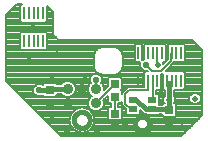
<source format=gbl>
G75*
%MOIN*%
%OFA0B0*%
%FSLAX25Y25*%
%IPPOS*%
%LPD*%
%AMOC8*
5,1,8,0,0,1.08239X$1,22.5*
%
%ADD10R,0.02854X0.02055*%
%ADD11C,0.00394*%
%ADD12C,0.00020*%
%ADD13R,0.00787X0.04488*%
%ADD14R,0.03000X0.02700*%
%ADD15C,0.02756*%
%ADD16C,0.03543*%
%ADD17C,0.00787*%
%ADD18C,0.01981*%
%ADD19C,0.01575*%
%ADD20C,0.02178*%
D10*
X0102585Y0105299D03*
X0102585Y0108535D03*
X0109179Y0108535D03*
X0109179Y0105299D03*
D11*
X0105882Y0102969D03*
X0103913Y0102181D03*
X0085646Y0104386D03*
D12*
X0085646Y0104383D02*
X0083633Y0104383D01*
X0083655Y0104401D02*
X0085646Y0104401D01*
X0087637Y0104401D01*
X0087659Y0104383D02*
X0085646Y0104383D01*
X0085646Y0104365D02*
X0083610Y0104365D01*
X0083588Y0104346D02*
X0085646Y0104346D01*
X0087703Y0104346D01*
X0087725Y0104328D02*
X0085646Y0104328D01*
X0083566Y0104328D01*
X0083544Y0104310D02*
X0085646Y0104310D01*
X0087747Y0104310D01*
X0087770Y0104292D02*
X0085646Y0104292D01*
X0083522Y0104292D01*
X0083500Y0104274D02*
X0085646Y0104274D01*
X0087792Y0104274D01*
X0087814Y0104255D02*
X0085646Y0104255D01*
X0083477Y0104255D01*
X0083455Y0104237D02*
X0085646Y0104237D01*
X0087836Y0104237D01*
X0087858Y0104219D02*
X0085646Y0104219D01*
X0083433Y0104219D01*
X0083411Y0104201D02*
X0085646Y0104201D01*
X0087880Y0104201D01*
X0087903Y0104183D02*
X0085646Y0104183D01*
X0083389Y0104183D01*
X0083367Y0104164D02*
X0085646Y0104164D01*
X0087925Y0104164D01*
X0087947Y0104146D02*
X0085646Y0104146D01*
X0083344Y0104146D01*
X0083322Y0104128D02*
X0085646Y0104128D01*
X0087969Y0104128D01*
X0087979Y0104120D02*
X0088389Y0103620D01*
X0088694Y0103050D01*
X0088881Y0102431D01*
X0088945Y0101787D01*
X0088881Y0101144D01*
X0087558Y0101144D01*
X0087564Y0101162D02*
X0088883Y0101162D01*
X0088881Y0101144D02*
X0088694Y0100525D01*
X0087228Y0100525D01*
X0087233Y0100530D02*
X0087476Y0100911D01*
X0087627Y0101338D01*
X0087678Y0101787D01*
X0087627Y0102237D01*
X0087476Y0102663D01*
X0087233Y0103045D01*
X0086910Y0103363D01*
X0086525Y0103599D01*
X0086096Y0103743D01*
X0085646Y0103787D01*
X0085198Y0103740D01*
X0084772Y0103594D01*
X0084390Y0103357D01*
X0084070Y0103040D01*
X0083830Y0102659D01*
X0083680Y0102235D01*
X0083630Y0101787D01*
X0083680Y0101340D01*
X0083830Y0100916D01*
X0084070Y0100535D01*
X0084390Y0100218D01*
X0084772Y0099981D01*
X0085198Y0099834D01*
X0085646Y0099787D01*
X0085646Y0098488D01*
X0085002Y0098552D01*
X0084383Y0098739D01*
X0083813Y0099044D01*
X0083313Y0099455D01*
X0082902Y0099954D01*
X0082598Y0100525D01*
X0082410Y0101144D01*
X0083749Y0101144D01*
X0083743Y0101162D02*
X0082408Y0101162D01*
X0082406Y0101180D02*
X0083737Y0101180D01*
X0083730Y0101198D02*
X0082404Y0101198D01*
X0082403Y0101217D02*
X0083724Y0101217D01*
X0083717Y0101235D02*
X0082401Y0101235D01*
X0082399Y0101253D02*
X0083711Y0101253D01*
X0083705Y0101271D02*
X0082397Y0101271D01*
X0082396Y0101289D02*
X0083698Y0101289D01*
X0083692Y0101308D02*
X0082394Y0101308D01*
X0082392Y0101326D02*
X0083685Y0101326D01*
X0083680Y0101344D02*
X0082390Y0101344D01*
X0082388Y0101362D02*
X0083678Y0101362D01*
X0083676Y0101380D02*
X0082387Y0101380D01*
X0082385Y0101399D02*
X0083674Y0101399D01*
X0083672Y0101417D02*
X0082383Y0101417D01*
X0082381Y0101435D02*
X0083670Y0101435D01*
X0083668Y0101453D02*
X0082379Y0101453D01*
X0082378Y0101471D02*
X0083666Y0101471D01*
X0083663Y0101490D02*
X0082376Y0101490D01*
X0082374Y0101508D02*
X0083661Y0101508D01*
X0083659Y0101526D02*
X0082372Y0101526D01*
X0082370Y0101544D02*
X0083657Y0101544D01*
X0083655Y0101562D02*
X0082369Y0101562D01*
X0082367Y0101581D02*
X0083653Y0101581D01*
X0083651Y0101599D02*
X0082365Y0101599D01*
X0082363Y0101617D02*
X0083649Y0101617D01*
X0083647Y0101635D02*
X0082361Y0101635D01*
X0082360Y0101653D02*
X0083645Y0101653D01*
X0083643Y0101672D02*
X0082358Y0101672D01*
X0082356Y0101690D02*
X0083641Y0101690D01*
X0083639Y0101708D02*
X0082354Y0101708D01*
X0082352Y0101726D02*
X0083637Y0101726D01*
X0083635Y0101744D02*
X0082351Y0101744D01*
X0082349Y0101762D02*
X0083633Y0101762D01*
X0083630Y0101781D02*
X0082347Y0101781D01*
X0082346Y0101787D02*
X0082410Y0102431D01*
X0082598Y0103050D01*
X0082902Y0103620D01*
X0083313Y0104120D01*
X0083813Y0104531D01*
X0084383Y0104835D01*
X0085002Y0105023D01*
X0085646Y0105087D01*
X0085646Y0103787D01*
X0085646Y0105087D01*
X0086289Y0105023D01*
X0086908Y0104835D01*
X0087479Y0104531D01*
X0087979Y0104120D01*
X0087987Y0104110D02*
X0085646Y0104110D01*
X0083304Y0104110D01*
X0083289Y0104092D02*
X0085646Y0104092D01*
X0088002Y0104092D01*
X0088017Y0104073D02*
X0085646Y0104073D01*
X0083274Y0104073D01*
X0083259Y0104055D02*
X0085646Y0104055D01*
X0088032Y0104055D01*
X0088047Y0104037D02*
X0085646Y0104037D01*
X0083244Y0104037D01*
X0083229Y0104019D02*
X0085646Y0104019D01*
X0088062Y0104019D01*
X0088077Y0104001D02*
X0085646Y0104001D01*
X0083215Y0104001D01*
X0083200Y0103982D02*
X0085646Y0103982D01*
X0088092Y0103982D01*
X0088107Y0103964D02*
X0085646Y0103964D01*
X0083185Y0103964D01*
X0083170Y0103946D02*
X0085646Y0103946D01*
X0088122Y0103946D01*
X0088137Y0103928D02*
X0085646Y0103928D01*
X0083155Y0103928D01*
X0083140Y0103910D02*
X0085646Y0103910D01*
X0088151Y0103910D01*
X0088166Y0103891D02*
X0085646Y0103891D01*
X0083125Y0103891D01*
X0083110Y0103873D02*
X0085646Y0103873D01*
X0088181Y0103873D01*
X0088196Y0103855D02*
X0085646Y0103855D01*
X0083095Y0103855D01*
X0083080Y0103837D02*
X0085646Y0103837D01*
X0088211Y0103837D01*
X0088226Y0103819D02*
X0085646Y0103819D01*
X0083065Y0103819D01*
X0083050Y0103800D02*
X0085646Y0103800D01*
X0088241Y0103800D01*
X0088256Y0103782D02*
X0085698Y0103782D01*
X0085597Y0103782D02*
X0083035Y0103782D01*
X0083020Y0103764D02*
X0085424Y0103764D01*
X0085251Y0103746D02*
X0083005Y0103746D01*
X0082991Y0103728D02*
X0085161Y0103728D01*
X0085108Y0103709D02*
X0082976Y0103709D01*
X0082961Y0103691D02*
X0085055Y0103691D01*
X0085002Y0103673D02*
X0082946Y0103673D01*
X0082931Y0103655D02*
X0084949Y0103655D01*
X0084896Y0103637D02*
X0082916Y0103637D01*
X0082901Y0103619D02*
X0084843Y0103619D01*
X0084790Y0103600D02*
X0082892Y0103600D01*
X0082882Y0103582D02*
X0084753Y0103582D01*
X0084723Y0103564D02*
X0082872Y0103564D01*
X0082863Y0103546D02*
X0084694Y0103546D01*
X0084665Y0103528D02*
X0082853Y0103528D01*
X0082843Y0103509D02*
X0084635Y0103509D01*
X0084606Y0103491D02*
X0082833Y0103491D01*
X0082824Y0103473D02*
X0084577Y0103473D01*
X0084548Y0103455D02*
X0082814Y0103455D01*
X0082804Y0103437D02*
X0084518Y0103437D01*
X0084489Y0103418D02*
X0082795Y0103418D01*
X0082785Y0103400D02*
X0084460Y0103400D01*
X0084430Y0103382D02*
X0082775Y0103382D01*
X0082765Y0103364D02*
X0084401Y0103364D01*
X0084379Y0103346D02*
X0082756Y0103346D01*
X0082746Y0103327D02*
X0084360Y0103327D01*
X0084342Y0103309D02*
X0082736Y0103309D01*
X0082726Y0103291D02*
X0084324Y0103291D01*
X0084305Y0103273D02*
X0082717Y0103273D01*
X0082707Y0103255D02*
X0084287Y0103255D01*
X0084269Y0103236D02*
X0082697Y0103236D01*
X0082688Y0103218D02*
X0084250Y0103218D01*
X0084232Y0103200D02*
X0082678Y0103200D01*
X0082668Y0103182D02*
X0084214Y0103182D01*
X0084195Y0103164D02*
X0082658Y0103164D01*
X0082649Y0103145D02*
X0084177Y0103145D01*
X0084159Y0103127D02*
X0082639Y0103127D01*
X0082629Y0103109D02*
X0084140Y0103109D01*
X0084122Y0103091D02*
X0082619Y0103091D01*
X0082610Y0103073D02*
X0084104Y0103073D01*
X0084085Y0103054D02*
X0082600Y0103054D01*
X0082593Y0103036D02*
X0084068Y0103036D01*
X0084057Y0103018D02*
X0082588Y0103018D01*
X0082582Y0103000D02*
X0084045Y0103000D01*
X0084034Y0102982D02*
X0082577Y0102982D01*
X0082571Y0102963D02*
X0084022Y0102963D01*
X0084011Y0102945D02*
X0082566Y0102945D01*
X0082560Y0102927D02*
X0083999Y0102927D01*
X0083988Y0102909D02*
X0082555Y0102909D01*
X0082549Y0102891D02*
X0083976Y0102891D01*
X0083965Y0102872D02*
X0082544Y0102872D01*
X0082538Y0102854D02*
X0083953Y0102854D01*
X0083942Y0102836D02*
X0082533Y0102836D01*
X0082527Y0102818D02*
X0083930Y0102818D01*
X0083919Y0102800D02*
X0082522Y0102800D01*
X0082516Y0102781D02*
X0083907Y0102781D01*
X0083896Y0102763D02*
X0082511Y0102763D01*
X0082505Y0102745D02*
X0083884Y0102745D01*
X0083873Y0102727D02*
X0082500Y0102727D01*
X0082494Y0102709D02*
X0083861Y0102709D01*
X0083850Y0102691D02*
X0082489Y0102691D01*
X0082483Y0102672D02*
X0083838Y0102672D01*
X0083828Y0102654D02*
X0082478Y0102654D01*
X0082472Y0102636D02*
X0083822Y0102636D01*
X0083815Y0102618D02*
X0082466Y0102618D01*
X0082461Y0102600D02*
X0083809Y0102600D01*
X0083802Y0102581D02*
X0082455Y0102581D01*
X0082450Y0102563D02*
X0083796Y0102563D01*
X0083790Y0102545D02*
X0082444Y0102545D01*
X0082439Y0102527D02*
X0083783Y0102527D01*
X0083777Y0102509D02*
X0082433Y0102509D01*
X0082428Y0102490D02*
X0083770Y0102490D01*
X0083764Y0102472D02*
X0082422Y0102472D01*
X0082417Y0102454D02*
X0083758Y0102454D01*
X0083751Y0102436D02*
X0082411Y0102436D01*
X0082409Y0102418D02*
X0083745Y0102418D01*
X0083738Y0102399D02*
X0082407Y0102399D01*
X0082405Y0102381D02*
X0083732Y0102381D01*
X0083726Y0102363D02*
X0082403Y0102363D01*
X0082401Y0102345D02*
X0083719Y0102345D01*
X0083713Y0102327D02*
X0082400Y0102327D01*
X0082398Y0102308D02*
X0083706Y0102308D01*
X0083700Y0102290D02*
X0082396Y0102290D01*
X0082394Y0102272D02*
X0083694Y0102272D01*
X0083687Y0102254D02*
X0082392Y0102254D01*
X0082391Y0102236D02*
X0083681Y0102236D01*
X0083678Y0102217D02*
X0082389Y0102217D01*
X0082387Y0102199D02*
X0083676Y0102199D01*
X0083674Y0102181D02*
X0082385Y0102181D01*
X0082383Y0102163D02*
X0083672Y0102163D01*
X0083670Y0102145D02*
X0082382Y0102145D01*
X0082380Y0102126D02*
X0083668Y0102126D01*
X0083666Y0102108D02*
X0082378Y0102108D01*
X0082376Y0102090D02*
X0083664Y0102090D01*
X0083662Y0102072D02*
X0082374Y0102072D01*
X0082373Y0102054D02*
X0083660Y0102054D01*
X0083658Y0102035D02*
X0082371Y0102035D01*
X0082369Y0102017D02*
X0083656Y0102017D01*
X0083654Y0101999D02*
X0082367Y0101999D01*
X0082366Y0101981D02*
X0083652Y0101981D01*
X0083650Y0101963D02*
X0082364Y0101963D01*
X0082362Y0101944D02*
X0083648Y0101944D01*
X0083645Y0101926D02*
X0082360Y0101926D01*
X0082358Y0101908D02*
X0083643Y0101908D01*
X0083641Y0101890D02*
X0082357Y0101890D01*
X0082355Y0101872D02*
X0083639Y0101872D01*
X0083637Y0101853D02*
X0082353Y0101853D01*
X0082351Y0101835D02*
X0083635Y0101835D01*
X0083633Y0101817D02*
X0082349Y0101817D01*
X0082348Y0101799D02*
X0083631Y0101799D01*
X0083756Y0101126D02*
X0082415Y0101126D01*
X0082410Y0101144D02*
X0082346Y0101787D01*
X0082421Y0101107D02*
X0083762Y0101107D01*
X0083769Y0101089D02*
X0082426Y0101089D01*
X0082432Y0101071D02*
X0083775Y0101071D01*
X0083781Y0101053D02*
X0082437Y0101053D01*
X0082443Y0101035D02*
X0083788Y0101035D01*
X0083794Y0101016D02*
X0082448Y0101016D01*
X0082454Y0100998D02*
X0083801Y0100998D01*
X0083807Y0100980D02*
X0082460Y0100980D01*
X0082465Y0100962D02*
X0083813Y0100962D01*
X0083820Y0100944D02*
X0082471Y0100944D01*
X0082476Y0100925D02*
X0083826Y0100925D01*
X0083835Y0100907D02*
X0082482Y0100907D01*
X0082487Y0100889D02*
X0083847Y0100889D01*
X0083858Y0100871D02*
X0082493Y0100871D01*
X0082498Y0100853D02*
X0083870Y0100853D01*
X0083881Y0100834D02*
X0082504Y0100834D01*
X0082509Y0100816D02*
X0083893Y0100816D01*
X0083904Y0100798D02*
X0082515Y0100798D01*
X0082520Y0100780D02*
X0083916Y0100780D01*
X0083927Y0100762D02*
X0082526Y0100762D01*
X0082531Y0100743D02*
X0083939Y0100743D01*
X0083950Y0100725D02*
X0082537Y0100725D01*
X0082542Y0100707D02*
X0083962Y0100707D01*
X0083973Y0100689D02*
X0082548Y0100689D01*
X0082553Y0100671D02*
X0083985Y0100671D01*
X0083996Y0100653D02*
X0082559Y0100653D01*
X0082564Y0100634D02*
X0084008Y0100634D01*
X0084019Y0100616D02*
X0082570Y0100616D01*
X0082575Y0100598D02*
X0084031Y0100598D01*
X0084042Y0100580D02*
X0082581Y0100580D01*
X0082586Y0100562D02*
X0084054Y0100562D01*
X0084065Y0100543D02*
X0082592Y0100543D01*
X0082598Y0100525D02*
X0084080Y0100525D01*
X0084099Y0100507D02*
X0082607Y0100507D01*
X0082617Y0100489D02*
X0084117Y0100489D01*
X0084135Y0100471D02*
X0082627Y0100471D01*
X0082636Y0100452D02*
X0084154Y0100452D01*
X0084172Y0100434D02*
X0082646Y0100434D01*
X0082656Y0100416D02*
X0084190Y0100416D01*
X0084209Y0100398D02*
X0082666Y0100398D01*
X0082675Y0100380D02*
X0084227Y0100380D01*
X0084245Y0100361D02*
X0082685Y0100361D01*
X0082695Y0100343D02*
X0084264Y0100343D01*
X0084282Y0100325D02*
X0082704Y0100325D01*
X0082714Y0100307D02*
X0084300Y0100307D01*
X0084319Y0100289D02*
X0082724Y0100289D01*
X0082734Y0100270D02*
X0084337Y0100270D01*
X0084355Y0100252D02*
X0082743Y0100252D01*
X0082753Y0100234D02*
X0084374Y0100234D01*
X0084394Y0100216D02*
X0082763Y0100216D01*
X0082773Y0100198D02*
X0084423Y0100198D01*
X0084452Y0100179D02*
X0082782Y0100179D01*
X0082792Y0100161D02*
X0084481Y0100161D01*
X0084511Y0100143D02*
X0082802Y0100143D01*
X0082811Y0100125D02*
X0084540Y0100125D01*
X0084569Y0100107D02*
X0082821Y0100107D01*
X0082831Y0100088D02*
X0084599Y0100088D01*
X0084628Y0100070D02*
X0082841Y0100070D01*
X0082850Y0100052D02*
X0084657Y0100052D01*
X0084686Y0100034D02*
X0082860Y0100034D01*
X0082870Y0100016D02*
X0084716Y0100016D01*
X0084745Y0099997D02*
X0082880Y0099997D01*
X0082889Y0099979D02*
X0084776Y0099979D01*
X0084829Y0099961D02*
X0082899Y0099961D01*
X0082912Y0099943D02*
X0084882Y0099943D01*
X0084935Y0099925D02*
X0082927Y0099925D01*
X0082942Y0099906D02*
X0084988Y0099906D01*
X0085041Y0099888D02*
X0082957Y0099888D01*
X0082972Y0099870D02*
X0085094Y0099870D01*
X0085147Y0099852D02*
X0082987Y0099852D01*
X0083002Y0099834D02*
X0085206Y0099834D01*
X0085379Y0099815D02*
X0083017Y0099815D01*
X0083031Y0099797D02*
X0085552Y0099797D01*
X0085646Y0099787D02*
X0086096Y0099831D01*
X0086525Y0099976D01*
X0086910Y0100212D01*
X0087233Y0100530D01*
X0087241Y0100543D02*
X0088699Y0100543D01*
X0088694Y0100525D02*
X0088389Y0099954D01*
X0087979Y0099455D01*
X0087479Y0099044D01*
X0086908Y0098739D01*
X0086289Y0098552D01*
X0085646Y0098488D01*
X0085646Y0099787D01*
X0085646Y0099779D02*
X0083046Y0099779D01*
X0083061Y0099761D02*
X0085646Y0099761D01*
X0088230Y0099761D01*
X0088245Y0099779D02*
X0085646Y0099779D01*
X0085646Y0099743D02*
X0083076Y0099743D01*
X0083091Y0099724D02*
X0085646Y0099724D01*
X0088200Y0099724D01*
X0088185Y0099706D02*
X0085646Y0099706D01*
X0083106Y0099706D01*
X0083121Y0099688D02*
X0085646Y0099688D01*
X0088170Y0099688D01*
X0088155Y0099670D02*
X0085646Y0099670D01*
X0083136Y0099670D01*
X0083151Y0099652D02*
X0085646Y0099652D01*
X0088140Y0099652D01*
X0088125Y0099634D02*
X0085646Y0099634D01*
X0083166Y0099634D01*
X0083181Y0099615D02*
X0085646Y0099615D01*
X0088111Y0099615D01*
X0088096Y0099597D02*
X0085646Y0099597D01*
X0083196Y0099597D01*
X0083211Y0099579D02*
X0085646Y0099579D01*
X0088081Y0099579D01*
X0088066Y0099561D02*
X0085646Y0099561D01*
X0083226Y0099561D01*
X0083241Y0099543D02*
X0085646Y0099543D01*
X0088051Y0099543D01*
X0088036Y0099524D02*
X0085646Y0099524D01*
X0083255Y0099524D01*
X0083270Y0099506D02*
X0085646Y0099506D01*
X0088021Y0099506D01*
X0088006Y0099488D02*
X0085646Y0099488D01*
X0083285Y0099488D01*
X0083300Y0099470D02*
X0085646Y0099470D01*
X0087991Y0099470D01*
X0087975Y0099452D02*
X0085646Y0099452D01*
X0083316Y0099452D01*
X0083339Y0099433D02*
X0085646Y0099433D01*
X0087953Y0099433D01*
X0087931Y0099415D02*
X0085646Y0099415D01*
X0083361Y0099415D01*
X0083383Y0099397D02*
X0085646Y0099397D01*
X0087908Y0099397D01*
X0087886Y0099379D02*
X0085646Y0099379D01*
X0083405Y0099379D01*
X0083427Y0099361D02*
X0085646Y0099361D01*
X0087864Y0099361D01*
X0087842Y0099342D02*
X0085646Y0099342D01*
X0083449Y0099342D01*
X0083472Y0099324D02*
X0085646Y0099324D01*
X0087820Y0099324D01*
X0087798Y0099306D02*
X0085646Y0099306D01*
X0083494Y0099306D01*
X0083516Y0099288D02*
X0085646Y0099288D01*
X0087775Y0099288D01*
X0087753Y0099270D02*
X0085646Y0099270D01*
X0083538Y0099270D01*
X0083560Y0099251D02*
X0085646Y0099251D01*
X0087731Y0099251D01*
X0087709Y0099233D02*
X0085646Y0099233D01*
X0083582Y0099233D01*
X0083605Y0099215D02*
X0085646Y0099215D01*
X0087687Y0099215D01*
X0087665Y0099197D02*
X0085646Y0099197D01*
X0083627Y0099197D01*
X0083649Y0099179D02*
X0085646Y0099179D01*
X0087642Y0099179D01*
X0087620Y0099160D02*
X0085646Y0099160D01*
X0083671Y0099160D01*
X0083693Y0099142D02*
X0085646Y0099142D01*
X0087598Y0099142D01*
X0087576Y0099124D02*
X0085646Y0099124D01*
X0083715Y0099124D01*
X0083738Y0099106D02*
X0085646Y0099106D01*
X0087554Y0099106D01*
X0087532Y0099088D02*
X0085646Y0099088D01*
X0083760Y0099088D01*
X0083782Y0099069D02*
X0085646Y0099069D01*
X0087509Y0099069D01*
X0087487Y0099051D02*
X0085646Y0099051D01*
X0083804Y0099051D01*
X0083834Y0099033D02*
X0085646Y0099033D01*
X0087458Y0099033D01*
X0087424Y0099015D02*
X0085646Y0099015D01*
X0083868Y0099015D01*
X0083902Y0098997D02*
X0085646Y0098997D01*
X0087390Y0098997D01*
X0087356Y0098978D02*
X0085646Y0098978D01*
X0083936Y0098978D01*
X0083970Y0098960D02*
X0085646Y0098960D01*
X0087322Y0098960D01*
X0087288Y0098942D02*
X0085646Y0098942D01*
X0084004Y0098942D01*
X0084038Y0098924D02*
X0085646Y0098924D01*
X0087253Y0098924D01*
X0087219Y0098906D02*
X0085646Y0098906D01*
X0084072Y0098906D01*
X0084106Y0098887D02*
X0085646Y0098887D01*
X0087185Y0098887D01*
X0087151Y0098869D02*
X0085646Y0098869D01*
X0084140Y0098869D01*
X0084174Y0098851D02*
X0085646Y0098851D01*
X0087117Y0098851D01*
X0087083Y0098833D02*
X0085646Y0098833D01*
X0084208Y0098833D01*
X0084242Y0098815D02*
X0085646Y0098815D01*
X0087049Y0098815D01*
X0087015Y0098796D02*
X0085646Y0098796D01*
X0084276Y0098796D01*
X0084310Y0098778D02*
X0085646Y0098778D01*
X0086981Y0098778D01*
X0086947Y0098760D02*
X0085646Y0098760D01*
X0084344Y0098760D01*
X0084378Y0098742D02*
X0085646Y0098742D01*
X0086913Y0098742D01*
X0086857Y0098724D02*
X0085646Y0098724D01*
X0084435Y0098724D01*
X0084495Y0098705D02*
X0085646Y0098705D01*
X0086797Y0098705D01*
X0086737Y0098687D02*
X0085646Y0098687D01*
X0084555Y0098687D01*
X0084615Y0098669D02*
X0085646Y0098669D01*
X0086677Y0098669D01*
X0086617Y0098651D02*
X0085646Y0098651D01*
X0084675Y0098651D01*
X0084735Y0098633D02*
X0085646Y0098633D01*
X0086557Y0098633D01*
X0086497Y0098615D02*
X0085646Y0098615D01*
X0084795Y0098615D01*
X0084855Y0098596D02*
X0085646Y0098596D01*
X0086437Y0098596D01*
X0086377Y0098578D02*
X0085646Y0098578D01*
X0084915Y0098578D01*
X0084975Y0098560D02*
X0085646Y0098560D01*
X0086317Y0098560D01*
X0086189Y0098542D02*
X0085646Y0098542D01*
X0085102Y0098542D01*
X0085287Y0098524D02*
X0085646Y0098524D01*
X0086005Y0098524D01*
X0085820Y0098505D02*
X0085646Y0098505D01*
X0085472Y0098505D01*
X0085646Y0099743D02*
X0088215Y0099743D01*
X0088260Y0099797D02*
X0085747Y0099797D01*
X0085933Y0099815D02*
X0088275Y0099815D01*
X0088290Y0099834D02*
X0086103Y0099834D01*
X0086157Y0099852D02*
X0088305Y0099852D01*
X0088320Y0099870D02*
X0086211Y0099870D01*
X0086265Y0099888D02*
X0088335Y0099888D01*
X0088349Y0099906D02*
X0086319Y0099906D01*
X0086373Y0099925D02*
X0088364Y0099925D01*
X0088379Y0099943D02*
X0086428Y0099943D01*
X0086482Y0099961D02*
X0088392Y0099961D01*
X0088402Y0099979D02*
X0086531Y0099979D01*
X0086560Y0099997D02*
X0088412Y0099997D01*
X0088422Y0100016D02*
X0086590Y0100016D01*
X0086620Y0100034D02*
X0088431Y0100034D01*
X0088441Y0100052D02*
X0086649Y0100052D01*
X0086679Y0100070D02*
X0088451Y0100070D01*
X0088460Y0100088D02*
X0086709Y0100088D01*
X0086738Y0100107D02*
X0088470Y0100107D01*
X0088480Y0100125D02*
X0086768Y0100125D01*
X0086798Y0100143D02*
X0088490Y0100143D01*
X0088499Y0100161D02*
X0086827Y0100161D01*
X0086857Y0100179D02*
X0088509Y0100179D01*
X0088519Y0100198D02*
X0086886Y0100198D01*
X0086914Y0100216D02*
X0088529Y0100216D01*
X0088538Y0100234D02*
X0086932Y0100234D01*
X0086951Y0100252D02*
X0088548Y0100252D01*
X0088558Y0100270D02*
X0086969Y0100270D01*
X0086988Y0100289D02*
X0088567Y0100289D01*
X0088577Y0100307D02*
X0087006Y0100307D01*
X0087025Y0100325D02*
X0088587Y0100325D01*
X0088597Y0100343D02*
X0087043Y0100343D01*
X0087062Y0100361D02*
X0088606Y0100361D01*
X0088616Y0100380D02*
X0087080Y0100380D01*
X0087099Y0100398D02*
X0088626Y0100398D01*
X0088636Y0100416D02*
X0087117Y0100416D01*
X0087136Y0100434D02*
X0088645Y0100434D01*
X0088655Y0100452D02*
X0087154Y0100452D01*
X0087173Y0100471D02*
X0088665Y0100471D01*
X0088674Y0100489D02*
X0087191Y0100489D01*
X0087210Y0100507D02*
X0088684Y0100507D01*
X0088705Y0100562D02*
X0087253Y0100562D01*
X0087265Y0100580D02*
X0088710Y0100580D01*
X0088716Y0100598D02*
X0087276Y0100598D01*
X0087288Y0100616D02*
X0088721Y0100616D01*
X0088727Y0100634D02*
X0087299Y0100634D01*
X0087311Y0100653D02*
X0088732Y0100653D01*
X0088738Y0100671D02*
X0087323Y0100671D01*
X0087334Y0100689D02*
X0088744Y0100689D01*
X0088749Y0100707D02*
X0087346Y0100707D01*
X0087357Y0100725D02*
X0088755Y0100725D01*
X0088760Y0100743D02*
X0087369Y0100743D01*
X0087380Y0100762D02*
X0088766Y0100762D01*
X0088771Y0100780D02*
X0087392Y0100780D01*
X0087404Y0100798D02*
X0088777Y0100798D01*
X0088782Y0100816D02*
X0087415Y0100816D01*
X0087427Y0100834D02*
X0088788Y0100834D01*
X0088793Y0100853D02*
X0087438Y0100853D01*
X0087450Y0100871D02*
X0088799Y0100871D01*
X0088804Y0100889D02*
X0087461Y0100889D01*
X0087473Y0100907D02*
X0088810Y0100907D01*
X0088815Y0100925D02*
X0087481Y0100925D01*
X0087487Y0100944D02*
X0088821Y0100944D01*
X0088826Y0100962D02*
X0087493Y0100962D01*
X0087500Y0100980D02*
X0088832Y0100980D01*
X0088837Y0100998D02*
X0087506Y0100998D01*
X0087513Y0101016D02*
X0088843Y0101016D01*
X0088848Y0101035D02*
X0087519Y0101035D01*
X0087526Y0101053D02*
X0088854Y0101053D01*
X0088859Y0101071D02*
X0087532Y0101071D01*
X0087539Y0101089D02*
X0088865Y0101089D01*
X0088870Y0101107D02*
X0087545Y0101107D01*
X0087551Y0101126D02*
X0088876Y0101126D01*
X0088885Y0101180D02*
X0087571Y0101180D01*
X0087577Y0101198D02*
X0088887Y0101198D01*
X0088889Y0101217D02*
X0087584Y0101217D01*
X0087590Y0101235D02*
X0088890Y0101235D01*
X0088892Y0101253D02*
X0087596Y0101253D01*
X0087603Y0101271D02*
X0088894Y0101271D01*
X0088896Y0101289D02*
X0087609Y0101289D01*
X0087616Y0101308D02*
X0088898Y0101308D01*
X0088899Y0101326D02*
X0087622Y0101326D01*
X0087627Y0101344D02*
X0088901Y0101344D01*
X0088903Y0101362D02*
X0087629Y0101362D01*
X0087631Y0101380D02*
X0088905Y0101380D01*
X0088907Y0101399D02*
X0087633Y0101399D01*
X0087635Y0101417D02*
X0088908Y0101417D01*
X0088910Y0101435D02*
X0087638Y0101435D01*
X0087640Y0101453D02*
X0088912Y0101453D01*
X0088914Y0101471D02*
X0087642Y0101471D01*
X0087644Y0101490D02*
X0088916Y0101490D01*
X0088917Y0101508D02*
X0087646Y0101508D01*
X0087648Y0101526D02*
X0088919Y0101526D01*
X0088921Y0101544D02*
X0087650Y0101544D01*
X0087652Y0101562D02*
X0088923Y0101562D01*
X0088925Y0101581D02*
X0087654Y0101581D01*
X0087656Y0101599D02*
X0088926Y0101599D01*
X0088928Y0101617D02*
X0087658Y0101617D01*
X0087660Y0101635D02*
X0088930Y0101635D01*
X0088932Y0101653D02*
X0087662Y0101653D01*
X0087664Y0101672D02*
X0088933Y0101672D01*
X0088935Y0101690D02*
X0087667Y0101690D01*
X0087669Y0101708D02*
X0088937Y0101708D01*
X0088939Y0101726D02*
X0087671Y0101726D01*
X0087673Y0101744D02*
X0088941Y0101744D01*
X0088942Y0101762D02*
X0087675Y0101762D01*
X0087677Y0101781D02*
X0088944Y0101781D01*
X0088944Y0101799D02*
X0087676Y0101799D01*
X0087674Y0101817D02*
X0088942Y0101817D01*
X0088940Y0101835D02*
X0087672Y0101835D01*
X0087670Y0101853D02*
X0088938Y0101853D01*
X0088937Y0101872D02*
X0087668Y0101872D01*
X0087666Y0101890D02*
X0088935Y0101890D01*
X0088933Y0101908D02*
X0087664Y0101908D01*
X0087662Y0101926D02*
X0088931Y0101926D01*
X0088929Y0101944D02*
X0087660Y0101944D01*
X0087658Y0101963D02*
X0088928Y0101963D01*
X0088926Y0101981D02*
X0087656Y0101981D01*
X0087654Y0101999D02*
X0088924Y0101999D01*
X0088922Y0102017D02*
X0087652Y0102017D01*
X0087649Y0102035D02*
X0088920Y0102035D01*
X0088919Y0102054D02*
X0087647Y0102054D01*
X0087645Y0102072D02*
X0088917Y0102072D01*
X0088915Y0102090D02*
X0087643Y0102090D01*
X0087641Y0102108D02*
X0088913Y0102108D01*
X0088911Y0102126D02*
X0087639Y0102126D01*
X0087637Y0102145D02*
X0088910Y0102145D01*
X0088908Y0102163D02*
X0087635Y0102163D01*
X0087633Y0102181D02*
X0088906Y0102181D01*
X0088904Y0102199D02*
X0087631Y0102199D01*
X0087629Y0102217D02*
X0088903Y0102217D01*
X0088901Y0102236D02*
X0087627Y0102236D01*
X0087621Y0102254D02*
X0088899Y0102254D01*
X0088897Y0102272D02*
X0087614Y0102272D01*
X0087608Y0102290D02*
X0088895Y0102290D01*
X0088894Y0102308D02*
X0087601Y0102308D01*
X0087595Y0102327D02*
X0088892Y0102327D01*
X0088890Y0102345D02*
X0087588Y0102345D01*
X0087582Y0102363D02*
X0088888Y0102363D01*
X0088886Y0102381D02*
X0087575Y0102381D01*
X0087569Y0102399D02*
X0088885Y0102399D01*
X0088883Y0102418D02*
X0087563Y0102418D01*
X0087556Y0102436D02*
X0088880Y0102436D01*
X0088875Y0102454D02*
X0087550Y0102454D01*
X0087543Y0102472D02*
X0088869Y0102472D01*
X0088863Y0102490D02*
X0087537Y0102490D01*
X0087530Y0102509D02*
X0088858Y0102509D01*
X0088852Y0102527D02*
X0087524Y0102527D01*
X0087518Y0102545D02*
X0088847Y0102545D01*
X0088841Y0102563D02*
X0087511Y0102563D01*
X0087505Y0102581D02*
X0088836Y0102581D01*
X0088830Y0102600D02*
X0087498Y0102600D01*
X0087492Y0102618D02*
X0088825Y0102618D01*
X0088819Y0102636D02*
X0087485Y0102636D01*
X0087479Y0102654D02*
X0088814Y0102654D01*
X0088808Y0102672D02*
X0087470Y0102672D01*
X0087458Y0102691D02*
X0088803Y0102691D01*
X0088797Y0102709D02*
X0087447Y0102709D01*
X0087435Y0102727D02*
X0088792Y0102727D01*
X0088786Y0102745D02*
X0087424Y0102745D01*
X0087412Y0102763D02*
X0088781Y0102763D01*
X0088775Y0102781D02*
X0087401Y0102781D01*
X0087389Y0102800D02*
X0088770Y0102800D01*
X0088764Y0102818D02*
X0087377Y0102818D01*
X0087366Y0102836D02*
X0088759Y0102836D01*
X0088753Y0102854D02*
X0087354Y0102854D01*
X0087343Y0102872D02*
X0088748Y0102872D01*
X0088742Y0102891D02*
X0087331Y0102891D01*
X0087319Y0102909D02*
X0088737Y0102909D01*
X0088731Y0102927D02*
X0087308Y0102927D01*
X0087296Y0102945D02*
X0088726Y0102945D01*
X0088720Y0102963D02*
X0087285Y0102963D01*
X0087273Y0102982D02*
X0088714Y0102982D01*
X0088709Y0103000D02*
X0087262Y0103000D01*
X0087250Y0103018D02*
X0088703Y0103018D01*
X0088698Y0103036D02*
X0087238Y0103036D01*
X0087223Y0103054D02*
X0088691Y0103054D01*
X0088682Y0103073D02*
X0087205Y0103073D01*
X0087186Y0103091D02*
X0088672Y0103091D01*
X0088662Y0103109D02*
X0087168Y0103109D01*
X0087149Y0103127D02*
X0088652Y0103127D01*
X0088643Y0103145D02*
X0087131Y0103145D01*
X0087112Y0103164D02*
X0088633Y0103164D01*
X0088623Y0103182D02*
X0087094Y0103182D01*
X0087075Y0103200D02*
X0088614Y0103200D01*
X0088604Y0103218D02*
X0087057Y0103218D01*
X0087038Y0103236D02*
X0088594Y0103236D01*
X0088584Y0103255D02*
X0087020Y0103255D01*
X0087001Y0103273D02*
X0088575Y0103273D01*
X0088565Y0103291D02*
X0086983Y0103291D01*
X0086965Y0103309D02*
X0088555Y0103309D01*
X0088545Y0103327D02*
X0086946Y0103327D01*
X0086928Y0103346D02*
X0088536Y0103346D01*
X0088526Y0103364D02*
X0086908Y0103364D01*
X0086879Y0103382D02*
X0088516Y0103382D01*
X0088507Y0103400D02*
X0086849Y0103400D01*
X0086819Y0103418D02*
X0088497Y0103418D01*
X0088487Y0103437D02*
X0086790Y0103437D01*
X0086760Y0103455D02*
X0088477Y0103455D01*
X0088468Y0103473D02*
X0086731Y0103473D01*
X0086701Y0103491D02*
X0088458Y0103491D01*
X0088448Y0103509D02*
X0086671Y0103509D01*
X0086642Y0103528D02*
X0088438Y0103528D01*
X0088429Y0103546D02*
X0086612Y0103546D01*
X0086582Y0103564D02*
X0088419Y0103564D01*
X0088409Y0103582D02*
X0086553Y0103582D01*
X0086522Y0103600D02*
X0088400Y0103600D01*
X0088390Y0103619D02*
X0086468Y0103619D01*
X0086413Y0103637D02*
X0088375Y0103637D01*
X0088360Y0103655D02*
X0086359Y0103655D01*
X0086305Y0103673D02*
X0088346Y0103673D01*
X0088331Y0103691D02*
X0086251Y0103691D01*
X0086197Y0103709D02*
X0088316Y0103709D01*
X0088301Y0103728D02*
X0086143Y0103728D01*
X0086070Y0103746D02*
X0088286Y0103746D01*
X0088271Y0103764D02*
X0085884Y0103764D01*
X0085646Y0104365D02*
X0087681Y0104365D01*
X0087614Y0104419D02*
X0085646Y0104419D01*
X0083677Y0104419D01*
X0083699Y0104437D02*
X0085646Y0104437D01*
X0087592Y0104437D01*
X0087570Y0104456D02*
X0085646Y0104456D01*
X0083721Y0104456D01*
X0083743Y0104474D02*
X0085646Y0104474D01*
X0087548Y0104474D01*
X0087526Y0104492D02*
X0085646Y0104492D01*
X0083766Y0104492D01*
X0083788Y0104510D02*
X0085646Y0104510D01*
X0087504Y0104510D01*
X0087481Y0104528D02*
X0085646Y0104528D01*
X0083810Y0104528D01*
X0083843Y0104547D02*
X0085646Y0104547D01*
X0087449Y0104547D01*
X0087415Y0104565D02*
X0085646Y0104565D01*
X0083877Y0104565D01*
X0083911Y0104583D02*
X0085646Y0104583D01*
X0087381Y0104583D01*
X0087347Y0104601D02*
X0085646Y0104601D01*
X0083945Y0104601D01*
X0083979Y0104619D02*
X0085646Y0104619D01*
X0087313Y0104619D01*
X0087279Y0104638D02*
X0085646Y0104638D01*
X0084013Y0104638D01*
X0084047Y0104656D02*
X0085646Y0104656D01*
X0087245Y0104656D01*
X0087211Y0104674D02*
X0085646Y0104674D01*
X0084081Y0104674D01*
X0084115Y0104692D02*
X0085646Y0104692D01*
X0087176Y0104692D01*
X0087142Y0104710D02*
X0085646Y0104710D01*
X0084149Y0104710D01*
X0084183Y0104728D02*
X0085646Y0104728D01*
X0087108Y0104728D01*
X0087074Y0104747D02*
X0085646Y0104747D01*
X0084217Y0104747D01*
X0084251Y0104765D02*
X0085646Y0104765D01*
X0087040Y0104765D01*
X0087006Y0104783D02*
X0085646Y0104783D01*
X0084285Y0104783D01*
X0084319Y0104801D02*
X0085646Y0104801D01*
X0086972Y0104801D01*
X0086938Y0104819D02*
X0085646Y0104819D01*
X0084353Y0104819D01*
X0084390Y0104838D02*
X0085646Y0104838D01*
X0086901Y0104838D01*
X0086841Y0104856D02*
X0085646Y0104856D01*
X0084450Y0104856D01*
X0084510Y0104874D02*
X0085646Y0104874D01*
X0086781Y0104874D01*
X0086721Y0104892D02*
X0085646Y0104892D01*
X0084570Y0104892D01*
X0084630Y0104910D02*
X0085646Y0104910D01*
X0086661Y0104910D01*
X0086601Y0104929D02*
X0085646Y0104929D01*
X0084690Y0104929D01*
X0084750Y0104947D02*
X0085646Y0104947D01*
X0086541Y0104947D01*
X0086481Y0104965D02*
X0085646Y0104965D01*
X0084810Y0104965D01*
X0084870Y0104983D02*
X0085646Y0104983D01*
X0086421Y0104983D01*
X0086361Y0105001D02*
X0085646Y0105001D01*
X0084930Y0105001D01*
X0084990Y0105020D02*
X0085646Y0105020D01*
X0086301Y0105020D01*
X0086141Y0105038D02*
X0085646Y0105038D01*
X0085150Y0105038D01*
X0085335Y0105056D02*
X0085646Y0105056D01*
X0085956Y0105056D01*
X0085771Y0105074D02*
X0085646Y0105074D01*
X0085520Y0105074D01*
X0102745Y0100994D02*
X0102927Y0101594D01*
X0103222Y0102147D01*
X0103620Y0102632D01*
X0104105Y0103030D01*
X0104658Y0103325D01*
X0105258Y0103507D01*
X0105882Y0103569D01*
X0105882Y0102339D01*
X0105444Y0102289D01*
X0105028Y0102144D01*
X0104654Y0101909D01*
X0104342Y0101598D01*
X0104108Y0101224D01*
X0103962Y0100808D01*
X0103913Y0100370D01*
X0103962Y0099932D01*
X0104108Y0099516D01*
X0104342Y0099143D01*
X0104654Y0098831D01*
X0105028Y0098596D01*
X0103220Y0098596D01*
X0103222Y0098593D02*
X0102927Y0099146D01*
X0102745Y0099746D01*
X0102683Y0100370D01*
X0102745Y0100994D01*
X0102746Y0100998D02*
X0104029Y0100998D01*
X0104022Y0100980D02*
X0102743Y0100980D01*
X0102741Y0100962D02*
X0104016Y0100962D01*
X0104010Y0100944D02*
X0102740Y0100944D01*
X0102738Y0100925D02*
X0104003Y0100925D01*
X0103997Y0100907D02*
X0102736Y0100907D01*
X0102734Y0100889D02*
X0103990Y0100889D01*
X0103984Y0100871D02*
X0102732Y0100871D01*
X0102731Y0100853D02*
X0103978Y0100853D01*
X0103971Y0100834D02*
X0102729Y0100834D01*
X0102727Y0100816D02*
X0103965Y0100816D01*
X0103961Y0100798D02*
X0102725Y0100798D01*
X0102723Y0100780D02*
X0103959Y0100780D01*
X0103957Y0100762D02*
X0102722Y0100762D01*
X0102720Y0100743D02*
X0103955Y0100743D01*
X0103953Y0100725D02*
X0102718Y0100725D01*
X0102716Y0100707D02*
X0103951Y0100707D01*
X0103949Y0100689D02*
X0102714Y0100689D01*
X0102713Y0100671D02*
X0103947Y0100671D01*
X0103945Y0100653D02*
X0102711Y0100653D01*
X0102709Y0100634D02*
X0103943Y0100634D01*
X0103941Y0100616D02*
X0102707Y0100616D01*
X0102706Y0100598D02*
X0103938Y0100598D01*
X0103936Y0100580D02*
X0102704Y0100580D01*
X0102702Y0100562D02*
X0103934Y0100562D01*
X0103932Y0100543D02*
X0102700Y0100543D01*
X0102698Y0100525D02*
X0103930Y0100525D01*
X0103928Y0100507D02*
X0102697Y0100507D01*
X0102695Y0100489D02*
X0103926Y0100489D01*
X0103924Y0100471D02*
X0102693Y0100471D01*
X0102691Y0100452D02*
X0103922Y0100452D01*
X0103920Y0100434D02*
X0102689Y0100434D01*
X0102688Y0100416D02*
X0103918Y0100416D01*
X0103916Y0100398D02*
X0102686Y0100398D01*
X0102684Y0100380D02*
X0103914Y0100380D01*
X0103914Y0100361D02*
X0102684Y0100361D01*
X0102686Y0100343D02*
X0103916Y0100343D01*
X0103918Y0100325D02*
X0102688Y0100325D01*
X0102689Y0100307D02*
X0103920Y0100307D01*
X0103922Y0100289D02*
X0102691Y0100289D01*
X0102693Y0100270D02*
X0103924Y0100270D01*
X0103926Y0100252D02*
X0102695Y0100252D01*
X0102696Y0100234D02*
X0103928Y0100234D01*
X0103930Y0100216D02*
X0102698Y0100216D01*
X0102700Y0100198D02*
X0103932Y0100198D01*
X0103934Y0100179D02*
X0102702Y0100179D01*
X0102704Y0100161D02*
X0103936Y0100161D01*
X0103938Y0100143D02*
X0102705Y0100143D01*
X0102707Y0100125D02*
X0103940Y0100125D01*
X0103942Y0100107D02*
X0102709Y0100107D01*
X0102711Y0100088D02*
X0103945Y0100088D01*
X0103947Y0100070D02*
X0102713Y0100070D01*
X0102714Y0100052D02*
X0103949Y0100052D01*
X0103951Y0100034D02*
X0102716Y0100034D01*
X0102718Y0100016D02*
X0103953Y0100016D01*
X0103955Y0099997D02*
X0102720Y0099997D01*
X0102722Y0099979D02*
X0103957Y0099979D01*
X0103959Y0099961D02*
X0102723Y0099961D01*
X0102725Y0099943D02*
X0103961Y0099943D01*
X0103965Y0099925D02*
X0102727Y0099925D01*
X0102729Y0099906D02*
X0103971Y0099906D01*
X0103977Y0099888D02*
X0102731Y0099888D01*
X0102732Y0099870D02*
X0103984Y0099870D01*
X0103990Y0099852D02*
X0102734Y0099852D01*
X0102736Y0099834D02*
X0103997Y0099834D01*
X0104003Y0099815D02*
X0102738Y0099815D01*
X0102739Y0099797D02*
X0104009Y0099797D01*
X0104016Y0099779D02*
X0102741Y0099779D01*
X0102743Y0099761D02*
X0104022Y0099761D01*
X0104028Y0099743D02*
X0102746Y0099743D01*
X0102751Y0099724D02*
X0104035Y0099724D01*
X0104041Y0099706D02*
X0102757Y0099706D01*
X0102762Y0099688D02*
X0104047Y0099688D01*
X0104054Y0099670D02*
X0102768Y0099670D01*
X0102773Y0099652D02*
X0104060Y0099652D01*
X0104067Y0099634D02*
X0102779Y0099634D01*
X0102784Y0099615D02*
X0104073Y0099615D01*
X0104079Y0099597D02*
X0102790Y0099597D01*
X0102795Y0099579D02*
X0104086Y0099579D01*
X0104092Y0099561D02*
X0102801Y0099561D01*
X0102806Y0099543D02*
X0104098Y0099543D01*
X0104105Y0099524D02*
X0102812Y0099524D01*
X0102817Y0099506D02*
X0104114Y0099506D01*
X0104125Y0099488D02*
X0102823Y0099488D01*
X0102828Y0099470D02*
X0104137Y0099470D01*
X0104148Y0099452D02*
X0102834Y0099452D01*
X0102839Y0099433D02*
X0104160Y0099433D01*
X0104171Y0099415D02*
X0102845Y0099415D01*
X0102850Y0099397D02*
X0104182Y0099397D01*
X0104194Y0099379D02*
X0102856Y0099379D01*
X0102861Y0099361D02*
X0104205Y0099361D01*
X0104217Y0099342D02*
X0102867Y0099342D01*
X0102873Y0099324D02*
X0104228Y0099324D01*
X0104240Y0099306D02*
X0102878Y0099306D01*
X0102884Y0099288D02*
X0104251Y0099288D01*
X0104263Y0099270D02*
X0102889Y0099270D01*
X0102895Y0099251D02*
X0104274Y0099251D01*
X0104285Y0099233D02*
X0102900Y0099233D01*
X0102906Y0099215D02*
X0104297Y0099215D01*
X0104308Y0099197D02*
X0102911Y0099197D01*
X0102917Y0099179D02*
X0104320Y0099179D01*
X0104331Y0099160D02*
X0102922Y0099160D01*
X0102929Y0099142D02*
X0104343Y0099142D01*
X0104361Y0099124D02*
X0102938Y0099124D01*
X0102948Y0099106D02*
X0104379Y0099106D01*
X0104397Y0099088D02*
X0102958Y0099088D01*
X0102967Y0099069D02*
X0104416Y0099069D01*
X0104434Y0099051D02*
X0102977Y0099051D01*
X0102987Y0099033D02*
X0104452Y0099033D01*
X0104470Y0099015D02*
X0102997Y0099015D01*
X0103006Y0098997D02*
X0104488Y0098997D01*
X0104507Y0098978D02*
X0103016Y0098978D01*
X0103026Y0098960D02*
X0104525Y0098960D01*
X0104543Y0098942D02*
X0103036Y0098942D01*
X0103045Y0098924D02*
X0104561Y0098924D01*
X0104579Y0098906D02*
X0103055Y0098906D01*
X0103065Y0098887D02*
X0104598Y0098887D01*
X0104616Y0098869D02*
X0103074Y0098869D01*
X0103084Y0098851D02*
X0104634Y0098851D01*
X0104652Y0098833D02*
X0103094Y0098833D01*
X0103104Y0098815D02*
X0104680Y0098815D01*
X0104709Y0098796D02*
X0103113Y0098796D01*
X0103123Y0098778D02*
X0104738Y0098778D01*
X0104767Y0098760D02*
X0103133Y0098760D01*
X0103143Y0098742D02*
X0104796Y0098742D01*
X0104825Y0098724D02*
X0103152Y0098724D01*
X0103162Y0098705D02*
X0104854Y0098705D01*
X0104883Y0098687D02*
X0103172Y0098687D01*
X0103181Y0098669D02*
X0104912Y0098669D01*
X0104941Y0098651D02*
X0103191Y0098651D01*
X0103201Y0098633D02*
X0104970Y0098633D01*
X0104999Y0098615D02*
X0103211Y0098615D01*
X0103222Y0098593D02*
X0103620Y0098108D01*
X0104105Y0097710D01*
X0104658Y0097415D01*
X0105258Y0097233D01*
X0105882Y0097171D01*
X0105882Y0098402D01*
X0105444Y0098451D01*
X0105028Y0098596D01*
X0105080Y0098578D02*
X0103234Y0098578D01*
X0103249Y0098560D02*
X0105132Y0098560D01*
X0105184Y0098542D02*
X0103264Y0098542D01*
X0103279Y0098524D02*
X0105236Y0098524D01*
X0105288Y0098505D02*
X0103294Y0098505D01*
X0103309Y0098487D02*
X0105340Y0098487D01*
X0105392Y0098469D02*
X0103324Y0098469D01*
X0103339Y0098451D02*
X0105444Y0098451D01*
X0105606Y0098433D02*
X0103354Y0098433D01*
X0103369Y0098414D02*
X0105768Y0098414D01*
X0105882Y0098402D02*
X0106320Y0098451D01*
X0106736Y0098596D01*
X0108543Y0098596D01*
X0108542Y0098593D02*
X0108144Y0098108D01*
X0107659Y0097710D01*
X0107106Y0097415D01*
X0106506Y0097233D01*
X0105882Y0097171D01*
X0105882Y0098402D01*
X0105882Y0098396D02*
X0103384Y0098396D01*
X0103399Y0098378D02*
X0105882Y0098378D01*
X0108365Y0098378D01*
X0108350Y0098360D02*
X0105882Y0098360D01*
X0103414Y0098360D01*
X0103428Y0098342D02*
X0105882Y0098342D01*
X0108335Y0098342D01*
X0108320Y0098323D02*
X0105882Y0098323D01*
X0103443Y0098323D01*
X0103458Y0098305D02*
X0105882Y0098305D01*
X0108305Y0098305D01*
X0108291Y0098287D02*
X0105882Y0098287D01*
X0103473Y0098287D01*
X0103488Y0098269D02*
X0105882Y0098269D01*
X0108276Y0098269D01*
X0108261Y0098251D02*
X0105882Y0098251D01*
X0103503Y0098251D01*
X0103518Y0098232D02*
X0105882Y0098232D01*
X0108246Y0098232D01*
X0108231Y0098214D02*
X0105882Y0098214D01*
X0103533Y0098214D01*
X0103548Y0098196D02*
X0105882Y0098196D01*
X0108216Y0098196D01*
X0108201Y0098178D02*
X0105882Y0098178D01*
X0103563Y0098178D01*
X0103578Y0098160D02*
X0105882Y0098160D01*
X0108186Y0098160D01*
X0108171Y0098141D02*
X0105882Y0098141D01*
X0103593Y0098141D01*
X0103608Y0098123D02*
X0105882Y0098123D01*
X0108156Y0098123D01*
X0108140Y0098105D02*
X0105882Y0098105D01*
X0103624Y0098105D01*
X0103646Y0098087D02*
X0105882Y0098087D01*
X0108118Y0098087D01*
X0108096Y0098069D02*
X0105882Y0098069D01*
X0103668Y0098069D01*
X0103690Y0098050D02*
X0105882Y0098050D01*
X0108073Y0098050D01*
X0108051Y0098032D02*
X0105882Y0098032D01*
X0103713Y0098032D01*
X0103735Y0098014D02*
X0105882Y0098014D01*
X0108029Y0098014D01*
X0108007Y0097996D02*
X0105882Y0097996D01*
X0103757Y0097996D01*
X0103779Y0097978D02*
X0105882Y0097978D01*
X0107985Y0097978D01*
X0107963Y0097959D02*
X0105882Y0097959D01*
X0103801Y0097959D01*
X0103823Y0097941D02*
X0105882Y0097941D01*
X0107940Y0097941D01*
X0107918Y0097923D02*
X0105882Y0097923D01*
X0103846Y0097923D01*
X0103868Y0097905D02*
X0105882Y0097905D01*
X0107896Y0097905D01*
X0107874Y0097887D02*
X0105882Y0097887D01*
X0103890Y0097887D01*
X0103912Y0097868D02*
X0105882Y0097868D01*
X0107852Y0097868D01*
X0107830Y0097850D02*
X0105882Y0097850D01*
X0103934Y0097850D01*
X0103956Y0097832D02*
X0105882Y0097832D01*
X0107807Y0097832D01*
X0107785Y0097814D02*
X0105882Y0097814D01*
X0103979Y0097814D01*
X0104001Y0097796D02*
X0105882Y0097796D01*
X0107763Y0097796D01*
X0107741Y0097777D02*
X0105882Y0097777D01*
X0104023Y0097777D01*
X0104045Y0097759D02*
X0105882Y0097759D01*
X0107719Y0097759D01*
X0107697Y0097741D02*
X0105882Y0097741D01*
X0104067Y0097741D01*
X0104089Y0097723D02*
X0105882Y0097723D01*
X0107674Y0097723D01*
X0107648Y0097705D02*
X0105882Y0097705D01*
X0104115Y0097705D01*
X0104149Y0097687D02*
X0105882Y0097687D01*
X0107614Y0097687D01*
X0107580Y0097668D02*
X0105882Y0097668D01*
X0104183Y0097668D01*
X0104217Y0097650D02*
X0105882Y0097650D01*
X0107546Y0097650D01*
X0107512Y0097632D02*
X0105882Y0097632D01*
X0104251Y0097632D01*
X0104286Y0097614D02*
X0105882Y0097614D01*
X0107478Y0097614D01*
X0107444Y0097596D02*
X0105882Y0097596D01*
X0104320Y0097596D01*
X0104354Y0097577D02*
X0105882Y0097577D01*
X0107410Y0097577D01*
X0107376Y0097559D02*
X0105882Y0097559D01*
X0104388Y0097559D01*
X0104422Y0097541D02*
X0105882Y0097541D01*
X0107342Y0097541D01*
X0107308Y0097523D02*
X0105882Y0097523D01*
X0104456Y0097523D01*
X0104490Y0097505D02*
X0105882Y0097505D01*
X0107274Y0097505D01*
X0107240Y0097486D02*
X0105882Y0097486D01*
X0104524Y0097486D01*
X0104558Y0097468D02*
X0105882Y0097468D01*
X0107206Y0097468D01*
X0107172Y0097450D02*
X0105882Y0097450D01*
X0104592Y0097450D01*
X0104626Y0097432D02*
X0105882Y0097432D01*
X0107138Y0097432D01*
X0107102Y0097414D02*
X0105882Y0097414D01*
X0104662Y0097414D01*
X0104722Y0097395D02*
X0105882Y0097395D01*
X0107042Y0097395D01*
X0106982Y0097377D02*
X0105882Y0097377D01*
X0104782Y0097377D01*
X0104842Y0097359D02*
X0105882Y0097359D01*
X0106922Y0097359D01*
X0106862Y0097341D02*
X0105882Y0097341D01*
X0104902Y0097341D01*
X0104962Y0097323D02*
X0105882Y0097323D01*
X0106802Y0097323D01*
X0106742Y0097304D02*
X0105882Y0097304D01*
X0105022Y0097304D01*
X0105082Y0097286D02*
X0105882Y0097286D01*
X0106682Y0097286D01*
X0106622Y0097268D02*
X0105882Y0097268D01*
X0105142Y0097268D01*
X0105202Y0097250D02*
X0105882Y0097250D01*
X0106562Y0097250D01*
X0106494Y0097232D02*
X0105882Y0097232D01*
X0105269Y0097232D01*
X0105454Y0097213D02*
X0105882Y0097213D01*
X0106310Y0097213D01*
X0106125Y0097195D02*
X0105882Y0097195D01*
X0105639Y0097195D01*
X0105824Y0097177D02*
X0105882Y0097177D01*
X0105940Y0097177D01*
X0105882Y0098396D02*
X0108380Y0098396D01*
X0108395Y0098414D02*
X0105996Y0098414D01*
X0106158Y0098433D02*
X0108410Y0098433D01*
X0108425Y0098451D02*
X0106319Y0098451D01*
X0106372Y0098469D02*
X0108440Y0098469D01*
X0108455Y0098487D02*
X0106424Y0098487D01*
X0106476Y0098505D02*
X0108470Y0098505D01*
X0108485Y0098524D02*
X0106528Y0098524D01*
X0106580Y0098542D02*
X0108500Y0098542D01*
X0108515Y0098560D02*
X0106632Y0098560D01*
X0106684Y0098578D02*
X0108529Y0098578D01*
X0108542Y0098593D02*
X0108837Y0099146D01*
X0109019Y0099746D01*
X0109081Y0100370D01*
X0109019Y0100994D01*
X0108837Y0101594D01*
X0108542Y0102147D01*
X0108144Y0102632D01*
X0107659Y0103030D01*
X0107106Y0103325D01*
X0106506Y0103507D01*
X0105882Y0103569D01*
X0105882Y0102339D01*
X0106320Y0102289D01*
X0106736Y0102144D01*
X0107110Y0101909D01*
X0107421Y0101598D01*
X0107656Y0101224D01*
X0107802Y0100808D01*
X0107851Y0100370D01*
X0107802Y0099932D01*
X0107656Y0099516D01*
X0107421Y0099143D01*
X0107110Y0098831D01*
X0106736Y0098596D01*
X0106765Y0098615D02*
X0108553Y0098615D01*
X0108563Y0098633D02*
X0106794Y0098633D01*
X0106823Y0098651D02*
X0108573Y0098651D01*
X0108582Y0098669D02*
X0106852Y0098669D01*
X0106881Y0098687D02*
X0108592Y0098687D01*
X0108602Y0098705D02*
X0106910Y0098705D01*
X0106939Y0098724D02*
X0108612Y0098724D01*
X0108621Y0098742D02*
X0106968Y0098742D01*
X0106997Y0098760D02*
X0108631Y0098760D01*
X0108641Y0098778D02*
X0107026Y0098778D01*
X0107055Y0098796D02*
X0108650Y0098796D01*
X0108660Y0098815D02*
X0107084Y0098815D01*
X0107112Y0098833D02*
X0108670Y0098833D01*
X0108680Y0098851D02*
X0107130Y0098851D01*
X0107148Y0098869D02*
X0108689Y0098869D01*
X0108699Y0098887D02*
X0107166Y0098887D01*
X0107184Y0098906D02*
X0108709Y0098906D01*
X0108719Y0098924D02*
X0107203Y0098924D01*
X0107221Y0098942D02*
X0108728Y0098942D01*
X0108738Y0098960D02*
X0107239Y0098960D01*
X0107257Y0098978D02*
X0108748Y0098978D01*
X0108757Y0098997D02*
X0107275Y0098997D01*
X0107294Y0099015D02*
X0108767Y0099015D01*
X0108777Y0099033D02*
X0107312Y0099033D01*
X0107330Y0099051D02*
X0108787Y0099051D01*
X0108796Y0099069D02*
X0107348Y0099069D01*
X0107366Y0099088D02*
X0108806Y0099088D01*
X0108816Y0099106D02*
X0107385Y0099106D01*
X0107403Y0099124D02*
X0108826Y0099124D01*
X0108835Y0099142D02*
X0107421Y0099142D01*
X0107433Y0099160D02*
X0108842Y0099160D01*
X0108847Y0099179D02*
X0107444Y0099179D01*
X0107455Y0099197D02*
X0108853Y0099197D01*
X0108858Y0099215D02*
X0107467Y0099215D01*
X0107478Y0099233D02*
X0108864Y0099233D01*
X0108869Y0099251D02*
X0107490Y0099251D01*
X0107501Y0099270D02*
X0108875Y0099270D01*
X0108880Y0099288D02*
X0107513Y0099288D01*
X0107524Y0099306D02*
X0108886Y0099306D01*
X0108891Y0099324D02*
X0107536Y0099324D01*
X0107547Y0099342D02*
X0108897Y0099342D01*
X0108902Y0099361D02*
X0107558Y0099361D01*
X0107570Y0099379D02*
X0108908Y0099379D01*
X0108913Y0099397D02*
X0107581Y0099397D01*
X0107593Y0099415D02*
X0108919Y0099415D01*
X0108924Y0099433D02*
X0107604Y0099433D01*
X0107616Y0099452D02*
X0108930Y0099452D01*
X0108935Y0099470D02*
X0107627Y0099470D01*
X0107638Y0099488D02*
X0108941Y0099488D01*
X0108946Y0099506D02*
X0107650Y0099506D01*
X0107659Y0099524D02*
X0108952Y0099524D01*
X0108958Y0099543D02*
X0107665Y0099543D01*
X0107672Y0099561D02*
X0108963Y0099561D01*
X0108969Y0099579D02*
X0107678Y0099579D01*
X0107684Y0099597D02*
X0108974Y0099597D01*
X0108980Y0099615D02*
X0107691Y0099615D01*
X0107697Y0099634D02*
X0108985Y0099634D01*
X0108991Y0099652D02*
X0107704Y0099652D01*
X0107710Y0099670D02*
X0108996Y0099670D01*
X0109002Y0099688D02*
X0107716Y0099688D01*
X0107723Y0099706D02*
X0109007Y0099706D01*
X0109013Y0099724D02*
X0107729Y0099724D01*
X0107735Y0099743D02*
X0109018Y0099743D01*
X0109021Y0099761D02*
X0107742Y0099761D01*
X0107748Y0099779D02*
X0109023Y0099779D01*
X0109024Y0099797D02*
X0107754Y0099797D01*
X0107761Y0099815D02*
X0109026Y0099815D01*
X0109028Y0099834D02*
X0107767Y0099834D01*
X0107774Y0099852D02*
X0109030Y0099852D01*
X0109031Y0099870D02*
X0107780Y0099870D01*
X0107786Y0099888D02*
X0109033Y0099888D01*
X0109035Y0099906D02*
X0107793Y0099906D01*
X0107799Y0099925D02*
X0109037Y0099925D01*
X0109039Y0099943D02*
X0107803Y0099943D01*
X0107805Y0099961D02*
X0109040Y0099961D01*
X0109042Y0099979D02*
X0107807Y0099979D01*
X0107809Y0099997D02*
X0109044Y0099997D01*
X0109046Y0100016D02*
X0107811Y0100016D01*
X0107813Y0100034D02*
X0109048Y0100034D01*
X0109049Y0100052D02*
X0107815Y0100052D01*
X0107817Y0100070D02*
X0109051Y0100070D01*
X0109053Y0100088D02*
X0107819Y0100088D01*
X0107821Y0100107D02*
X0109055Y0100107D01*
X0109057Y0100125D02*
X0107823Y0100125D01*
X0107825Y0100143D02*
X0109058Y0100143D01*
X0109060Y0100161D02*
X0107827Y0100161D01*
X0107830Y0100179D02*
X0109062Y0100179D01*
X0109064Y0100198D02*
X0107832Y0100198D01*
X0107834Y0100216D02*
X0109066Y0100216D01*
X0109067Y0100234D02*
X0107836Y0100234D01*
X0107838Y0100252D02*
X0109069Y0100252D01*
X0109071Y0100270D02*
X0107840Y0100270D01*
X0107842Y0100289D02*
X0109073Y0100289D01*
X0109074Y0100307D02*
X0107844Y0100307D01*
X0107846Y0100325D02*
X0109076Y0100325D01*
X0109078Y0100343D02*
X0107848Y0100343D01*
X0107850Y0100361D02*
X0109080Y0100361D01*
X0109080Y0100380D02*
X0107850Y0100380D01*
X0107848Y0100398D02*
X0109078Y0100398D01*
X0109076Y0100416D02*
X0107846Y0100416D01*
X0107844Y0100434D02*
X0109074Y0100434D01*
X0109073Y0100452D02*
X0107842Y0100452D01*
X0107840Y0100471D02*
X0109071Y0100471D01*
X0109069Y0100489D02*
X0107838Y0100489D01*
X0107836Y0100507D02*
X0109067Y0100507D01*
X0109065Y0100525D02*
X0107834Y0100525D01*
X0107831Y0100543D02*
X0109064Y0100543D01*
X0109062Y0100562D02*
X0107829Y0100562D01*
X0107827Y0100580D02*
X0109060Y0100580D01*
X0109058Y0100598D02*
X0107825Y0100598D01*
X0107823Y0100616D02*
X0109056Y0100616D01*
X0109055Y0100634D02*
X0107821Y0100634D01*
X0107819Y0100653D02*
X0109053Y0100653D01*
X0109051Y0100671D02*
X0107817Y0100671D01*
X0107815Y0100689D02*
X0109049Y0100689D01*
X0109048Y0100707D02*
X0107813Y0100707D01*
X0107811Y0100725D02*
X0109046Y0100725D01*
X0109044Y0100743D02*
X0107809Y0100743D01*
X0107807Y0100762D02*
X0109042Y0100762D01*
X0109040Y0100780D02*
X0107805Y0100780D01*
X0107803Y0100798D02*
X0109039Y0100798D01*
X0109037Y0100816D02*
X0107799Y0100816D01*
X0107792Y0100834D02*
X0109035Y0100834D01*
X0109033Y0100853D02*
X0107786Y0100853D01*
X0107780Y0100871D02*
X0109031Y0100871D01*
X0109030Y0100889D02*
X0107773Y0100889D01*
X0107767Y0100907D02*
X0109028Y0100907D01*
X0109026Y0100925D02*
X0107761Y0100925D01*
X0107754Y0100944D02*
X0109024Y0100944D01*
X0109022Y0100962D02*
X0107748Y0100962D01*
X0107741Y0100980D02*
X0109021Y0100980D01*
X0109018Y0100998D02*
X0107735Y0100998D01*
X0107729Y0101016D02*
X0109012Y0101016D01*
X0109007Y0101035D02*
X0107722Y0101035D01*
X0107716Y0101053D02*
X0109001Y0101053D01*
X0108996Y0101071D02*
X0107710Y0101071D01*
X0107703Y0101089D02*
X0108990Y0101089D01*
X0108985Y0101107D02*
X0107697Y0101107D01*
X0107691Y0101126D02*
X0108979Y0101126D01*
X0108974Y0101144D02*
X0107684Y0101144D01*
X0107678Y0101162D02*
X0108968Y0101162D01*
X0108963Y0101180D02*
X0107671Y0101180D01*
X0107665Y0101198D02*
X0108957Y0101198D01*
X0108952Y0101217D02*
X0107659Y0101217D01*
X0107649Y0101235D02*
X0108946Y0101235D01*
X0108941Y0101253D02*
X0107638Y0101253D01*
X0107627Y0101271D02*
X0108935Y0101271D01*
X0108930Y0101289D02*
X0107615Y0101289D01*
X0107604Y0101308D02*
X0108924Y0101308D01*
X0108919Y0101326D02*
X0107592Y0101326D01*
X0107581Y0101344D02*
X0108913Y0101344D01*
X0108908Y0101362D02*
X0107569Y0101362D01*
X0107558Y0101380D02*
X0108902Y0101380D01*
X0108897Y0101399D02*
X0107546Y0101399D01*
X0107535Y0101417D02*
X0108891Y0101417D01*
X0108886Y0101435D02*
X0107524Y0101435D01*
X0107512Y0101453D02*
X0108880Y0101453D01*
X0108874Y0101471D02*
X0107501Y0101471D01*
X0107489Y0101490D02*
X0108869Y0101490D01*
X0108863Y0101508D02*
X0107478Y0101508D01*
X0107466Y0101526D02*
X0108858Y0101526D01*
X0108852Y0101544D02*
X0107455Y0101544D01*
X0107444Y0101562D02*
X0108847Y0101562D01*
X0108841Y0101581D02*
X0107432Y0101581D01*
X0107420Y0101599D02*
X0108835Y0101599D01*
X0108825Y0101617D02*
X0107402Y0101617D01*
X0107384Y0101635D02*
X0108815Y0101635D01*
X0108806Y0101653D02*
X0107366Y0101653D01*
X0107347Y0101672D02*
X0108796Y0101672D01*
X0108786Y0101690D02*
X0107329Y0101690D01*
X0107311Y0101708D02*
X0108776Y0101708D01*
X0108767Y0101726D02*
X0107293Y0101726D01*
X0107275Y0101744D02*
X0108757Y0101744D01*
X0108747Y0101762D02*
X0107256Y0101762D01*
X0107238Y0101781D02*
X0108738Y0101781D01*
X0108728Y0101799D02*
X0107220Y0101799D01*
X0107202Y0101817D02*
X0108718Y0101817D01*
X0108708Y0101835D02*
X0107184Y0101835D01*
X0107165Y0101853D02*
X0108699Y0101853D01*
X0108689Y0101872D02*
X0107147Y0101872D01*
X0107129Y0101890D02*
X0108679Y0101890D01*
X0108669Y0101908D02*
X0107111Y0101908D01*
X0107083Y0101926D02*
X0108660Y0101926D01*
X0108650Y0101944D02*
X0107054Y0101944D01*
X0107025Y0101963D02*
X0108640Y0101963D01*
X0108631Y0101981D02*
X0106996Y0101981D01*
X0106967Y0101999D02*
X0108621Y0101999D01*
X0108611Y0102017D02*
X0106938Y0102017D01*
X0106909Y0102035D02*
X0108601Y0102035D01*
X0108592Y0102054D02*
X0106880Y0102054D01*
X0106851Y0102072D02*
X0108582Y0102072D01*
X0108572Y0102090D02*
X0106822Y0102090D01*
X0106793Y0102108D02*
X0108562Y0102108D01*
X0108553Y0102126D02*
X0106764Y0102126D01*
X0106734Y0102145D02*
X0108543Y0102145D01*
X0108529Y0102163D02*
X0106682Y0102163D01*
X0106630Y0102181D02*
X0108514Y0102181D01*
X0108499Y0102199D02*
X0106578Y0102199D01*
X0106526Y0102217D02*
X0108484Y0102217D01*
X0108469Y0102236D02*
X0106474Y0102236D01*
X0106422Y0102254D02*
X0108454Y0102254D01*
X0108439Y0102272D02*
X0106370Y0102272D01*
X0106313Y0102290D02*
X0108424Y0102290D01*
X0108409Y0102308D02*
X0106151Y0102308D01*
X0105989Y0102327D02*
X0108394Y0102327D01*
X0108380Y0102345D02*
X0105882Y0102345D01*
X0103384Y0102345D01*
X0103399Y0102363D02*
X0105882Y0102363D01*
X0108365Y0102363D01*
X0108350Y0102381D02*
X0105882Y0102381D01*
X0103414Y0102381D01*
X0103429Y0102399D02*
X0105882Y0102399D01*
X0108335Y0102399D01*
X0108320Y0102418D02*
X0105882Y0102418D01*
X0103444Y0102418D01*
X0103459Y0102436D02*
X0105882Y0102436D01*
X0108305Y0102436D01*
X0108290Y0102454D02*
X0105882Y0102454D01*
X0103474Y0102454D01*
X0103489Y0102472D02*
X0105882Y0102472D01*
X0108275Y0102472D01*
X0108260Y0102490D02*
X0105882Y0102490D01*
X0103504Y0102490D01*
X0103519Y0102509D02*
X0105882Y0102509D01*
X0108245Y0102509D01*
X0108230Y0102527D02*
X0105882Y0102527D01*
X0103534Y0102527D01*
X0103549Y0102545D02*
X0105882Y0102545D01*
X0108215Y0102545D01*
X0108200Y0102563D02*
X0105882Y0102563D01*
X0103563Y0102563D01*
X0103578Y0102581D02*
X0105882Y0102581D01*
X0108185Y0102581D01*
X0108170Y0102600D02*
X0105882Y0102600D01*
X0103593Y0102600D01*
X0103608Y0102618D02*
X0105882Y0102618D01*
X0108155Y0102618D01*
X0108139Y0102636D02*
X0105882Y0102636D01*
X0103625Y0102636D01*
X0103647Y0102654D02*
X0105882Y0102654D01*
X0108117Y0102654D01*
X0108095Y0102672D02*
X0105882Y0102672D01*
X0103669Y0102672D01*
X0103691Y0102691D02*
X0105882Y0102691D01*
X0108072Y0102691D01*
X0108050Y0102709D02*
X0105882Y0102709D01*
X0103713Y0102709D01*
X0103736Y0102727D02*
X0105882Y0102727D01*
X0108028Y0102727D01*
X0108006Y0102745D02*
X0105882Y0102745D01*
X0103758Y0102745D01*
X0103780Y0102763D02*
X0105882Y0102763D01*
X0107984Y0102763D01*
X0107962Y0102781D02*
X0105882Y0102781D01*
X0103802Y0102781D01*
X0103824Y0102800D02*
X0105882Y0102800D01*
X0107939Y0102800D01*
X0107917Y0102818D02*
X0105882Y0102818D01*
X0103846Y0102818D01*
X0103869Y0102836D02*
X0105882Y0102836D01*
X0107895Y0102836D01*
X0107873Y0102854D02*
X0105882Y0102854D01*
X0103891Y0102854D01*
X0103913Y0102872D02*
X0105882Y0102872D01*
X0107851Y0102872D01*
X0107829Y0102891D02*
X0105882Y0102891D01*
X0103935Y0102891D01*
X0103957Y0102909D02*
X0105882Y0102909D01*
X0107806Y0102909D01*
X0107784Y0102927D02*
X0105882Y0102927D01*
X0103980Y0102927D01*
X0104002Y0102945D02*
X0105882Y0102945D01*
X0107762Y0102945D01*
X0107740Y0102963D02*
X0105882Y0102963D01*
X0104024Y0102963D01*
X0104046Y0102982D02*
X0105882Y0102982D01*
X0107718Y0102982D01*
X0107696Y0103000D02*
X0105882Y0103000D01*
X0104068Y0103000D01*
X0104090Y0103018D02*
X0105882Y0103018D01*
X0107673Y0103018D01*
X0107647Y0103036D02*
X0105882Y0103036D01*
X0104117Y0103036D01*
X0104151Y0103054D02*
X0105882Y0103054D01*
X0107613Y0103054D01*
X0107579Y0103073D02*
X0105882Y0103073D01*
X0104185Y0103073D01*
X0104219Y0103091D02*
X0105882Y0103091D01*
X0107545Y0103091D01*
X0107511Y0103109D02*
X0105882Y0103109D01*
X0104253Y0103109D01*
X0104287Y0103127D02*
X0105882Y0103127D01*
X0107477Y0103127D01*
X0107443Y0103145D02*
X0105882Y0103145D01*
X0104321Y0103145D01*
X0104355Y0103164D02*
X0105882Y0103164D01*
X0107409Y0103164D01*
X0107375Y0103182D02*
X0105882Y0103182D01*
X0104389Y0103182D01*
X0104423Y0103200D02*
X0105882Y0103200D01*
X0107341Y0103200D01*
X0107307Y0103218D02*
X0105882Y0103218D01*
X0104457Y0103218D01*
X0104491Y0103236D02*
X0105882Y0103236D01*
X0107273Y0103236D01*
X0107239Y0103255D02*
X0105882Y0103255D01*
X0104525Y0103255D01*
X0104559Y0103273D02*
X0105882Y0103273D01*
X0107204Y0103273D01*
X0107170Y0103291D02*
X0105882Y0103291D01*
X0104593Y0103291D01*
X0104627Y0103309D02*
X0105882Y0103309D01*
X0107136Y0103309D01*
X0107100Y0103327D02*
X0105882Y0103327D01*
X0104664Y0103327D01*
X0104724Y0103346D02*
X0105882Y0103346D01*
X0107040Y0103346D01*
X0106980Y0103364D02*
X0105882Y0103364D01*
X0104784Y0103364D01*
X0104844Y0103382D02*
X0105882Y0103382D01*
X0106920Y0103382D01*
X0106860Y0103400D02*
X0105882Y0103400D01*
X0104904Y0103400D01*
X0104964Y0103418D02*
X0105882Y0103418D01*
X0106800Y0103418D01*
X0106740Y0103437D02*
X0105882Y0103437D01*
X0105024Y0103437D01*
X0105084Y0103455D02*
X0105882Y0103455D01*
X0106680Y0103455D01*
X0106620Y0103473D02*
X0105882Y0103473D01*
X0105144Y0103473D01*
X0105204Y0103491D02*
X0105882Y0103491D01*
X0106560Y0103491D01*
X0106487Y0103509D02*
X0105882Y0103509D01*
X0105277Y0103509D01*
X0105462Y0103528D02*
X0105882Y0103528D01*
X0106302Y0103528D01*
X0106117Y0103546D02*
X0105882Y0103546D01*
X0105647Y0103546D01*
X0105831Y0103564D02*
X0105882Y0103564D01*
X0105932Y0103564D01*
X0105775Y0102327D02*
X0103369Y0102327D01*
X0103354Y0102308D02*
X0105613Y0102308D01*
X0105451Y0102290D02*
X0103339Y0102290D01*
X0103325Y0102272D02*
X0105394Y0102272D01*
X0105342Y0102254D02*
X0103310Y0102254D01*
X0103295Y0102236D02*
X0105290Y0102236D01*
X0105238Y0102217D02*
X0103280Y0102217D01*
X0103265Y0102199D02*
X0105186Y0102199D01*
X0105134Y0102181D02*
X0103250Y0102181D01*
X0103235Y0102163D02*
X0105082Y0102163D01*
X0105030Y0102145D02*
X0103221Y0102145D01*
X0103211Y0102126D02*
X0105000Y0102126D01*
X0104971Y0102108D02*
X0103201Y0102108D01*
X0103192Y0102090D02*
X0104942Y0102090D01*
X0104913Y0102072D02*
X0103182Y0102072D01*
X0103172Y0102054D02*
X0104884Y0102054D01*
X0104855Y0102035D02*
X0103162Y0102035D01*
X0103153Y0102017D02*
X0104826Y0102017D01*
X0104797Y0101999D02*
X0103143Y0101999D01*
X0103133Y0101981D02*
X0104768Y0101981D01*
X0104739Y0101963D02*
X0103123Y0101963D01*
X0103114Y0101944D02*
X0104710Y0101944D01*
X0104681Y0101926D02*
X0103104Y0101926D01*
X0103094Y0101908D02*
X0104653Y0101908D01*
X0104635Y0101890D02*
X0103085Y0101890D01*
X0103075Y0101872D02*
X0104617Y0101872D01*
X0104598Y0101853D02*
X0103065Y0101853D01*
X0103055Y0101835D02*
X0104580Y0101835D01*
X0104562Y0101817D02*
X0103046Y0101817D01*
X0103036Y0101799D02*
X0104544Y0101799D01*
X0104526Y0101781D02*
X0103026Y0101781D01*
X0103016Y0101762D02*
X0104507Y0101762D01*
X0104489Y0101744D02*
X0103007Y0101744D01*
X0102997Y0101726D02*
X0104471Y0101726D01*
X0104453Y0101708D02*
X0102987Y0101708D01*
X0102978Y0101690D02*
X0104435Y0101690D01*
X0104416Y0101672D02*
X0102968Y0101672D01*
X0102958Y0101653D02*
X0104398Y0101653D01*
X0104380Y0101635D02*
X0102948Y0101635D01*
X0102939Y0101617D02*
X0104362Y0101617D01*
X0104344Y0101599D02*
X0102929Y0101599D01*
X0102922Y0101581D02*
X0104332Y0101581D01*
X0104320Y0101562D02*
X0102917Y0101562D01*
X0102911Y0101544D02*
X0104309Y0101544D01*
X0104297Y0101526D02*
X0102906Y0101526D01*
X0102900Y0101508D02*
X0104286Y0101508D01*
X0104274Y0101490D02*
X0102895Y0101490D01*
X0102889Y0101471D02*
X0104263Y0101471D01*
X0104252Y0101453D02*
X0102884Y0101453D01*
X0102878Y0101435D02*
X0104240Y0101435D01*
X0104229Y0101417D02*
X0102873Y0101417D01*
X0102867Y0101399D02*
X0104217Y0101399D01*
X0104206Y0101380D02*
X0102862Y0101380D01*
X0102856Y0101362D02*
X0104194Y0101362D01*
X0104183Y0101344D02*
X0102851Y0101344D01*
X0102845Y0101326D02*
X0104172Y0101326D01*
X0104160Y0101308D02*
X0102840Y0101308D01*
X0102834Y0101289D02*
X0104149Y0101289D01*
X0104137Y0101271D02*
X0102829Y0101271D01*
X0102823Y0101253D02*
X0104126Y0101253D01*
X0104114Y0101235D02*
X0102818Y0101235D01*
X0102812Y0101217D02*
X0104105Y0101217D01*
X0104099Y0101198D02*
X0102806Y0101198D01*
X0102801Y0101180D02*
X0104092Y0101180D01*
X0104086Y0101162D02*
X0102795Y0101162D01*
X0102790Y0101144D02*
X0104080Y0101144D01*
X0104073Y0101126D02*
X0102784Y0101126D01*
X0102779Y0101107D02*
X0104067Y0101107D01*
X0104061Y0101089D02*
X0102773Y0101089D01*
X0102768Y0101071D02*
X0104054Y0101071D01*
X0104048Y0101053D02*
X0102762Y0101053D01*
X0102757Y0101035D02*
X0104041Y0101035D01*
X0104035Y0101016D02*
X0102751Y0101016D01*
D13*
X0104543Y0114898D03*
X0106118Y0114898D03*
X0107693Y0114898D03*
X0109268Y0114898D03*
X0110843Y0114898D03*
X0112417Y0114898D03*
X0113992Y0114898D03*
X0115567Y0114898D03*
X0117142Y0114898D03*
X0118717Y0114898D03*
X0118717Y0124110D03*
X0117142Y0124110D03*
X0115567Y0124110D03*
X0113992Y0124110D03*
X0112417Y0124110D03*
X0110843Y0124110D03*
X0109268Y0124110D03*
X0107693Y0124110D03*
X0106118Y0124110D03*
X0104543Y0124110D03*
X0072772Y0128087D03*
X0071197Y0128087D03*
X0069622Y0128087D03*
X0068047Y0128087D03*
X0066472Y0128087D03*
X0066472Y0137299D03*
X0068047Y0137299D03*
X0069622Y0137299D03*
X0071197Y0137299D03*
X0072772Y0137299D03*
D14*
X0096669Y0113730D03*
X0096669Y0109530D03*
X0096669Y0103887D03*
X0096669Y0099687D03*
X0114780Y0100869D03*
X0114780Y0105069D03*
X0075016Y0107561D03*
X0075016Y0111761D03*
D15*
X0080665Y0098677D03*
X0090626Y0098677D03*
D16*
X0090386Y0107386D03*
X0090386Y0112087D03*
X0085646Y0112087D03*
X0080906Y0112087D03*
X0080906Y0107386D03*
D17*
X0078885Y0096276D02*
X0060449Y0114712D01*
X0060449Y0136894D01*
X0063925Y0140370D01*
X0065642Y0140370D01*
X0065185Y0139913D01*
X0065185Y0134685D01*
X0065709Y0134161D01*
X0067236Y0134161D01*
X0067260Y0134185D01*
X0067283Y0134161D01*
X0068811Y0134161D01*
X0068835Y0134185D01*
X0068858Y0134161D01*
X0070386Y0134161D01*
X0070409Y0134185D01*
X0070433Y0134161D01*
X0071961Y0134161D01*
X0071984Y0134185D01*
X0072008Y0134161D01*
X0073536Y0134161D01*
X0074059Y0134685D01*
X0074059Y0139820D01*
X0076197Y0137682D01*
X0076197Y0130201D01*
X0077378Y0129020D01*
X0077839Y0128559D01*
X0122327Y0128559D01*
X0125803Y0125083D01*
X0125803Y0103295D01*
X0118784Y0096276D01*
X0078885Y0096276D01*
X0078448Y0096712D02*
X0119221Y0096712D01*
X0120007Y0097498D02*
X0077662Y0097498D01*
X0076876Y0098284D02*
X0083551Y0098284D01*
X0083576Y0098264D02*
X0083659Y0098272D01*
X0083826Y0098183D01*
X0083866Y0098109D01*
X0084093Y0098040D01*
X0084303Y0097928D01*
X0084383Y0097952D01*
X0084565Y0097897D01*
X0084618Y0097832D01*
X0084854Y0097809D01*
X0085082Y0097740D01*
X0085104Y0097752D01*
X0085271Y0097585D01*
X0085322Y0097585D01*
X0085362Y0097552D01*
X0085690Y0097585D01*
X0086020Y0097585D01*
X0086056Y0097621D01*
X0086105Y0097626D01*
X0086193Y0097578D01*
X0086466Y0097661D01*
X0086750Y0097689D01*
X0086814Y0097767D01*
X0086908Y0097795D01*
X0087004Y0097766D01*
X0087256Y0097901D01*
X0087529Y0097983D01*
X0087576Y0098072D01*
X0087663Y0098118D01*
X0087763Y0098108D01*
X0087983Y0098289D01*
X0088235Y0098424D01*
X0088264Y0098520D01*
X0088340Y0098582D01*
X0088440Y0098592D01*
X0088621Y0098813D01*
X0088841Y0098993D01*
X0088851Y0099093D01*
X0088913Y0099169D01*
X0089009Y0099198D01*
X0089144Y0099450D01*
X0089325Y0099671D01*
X0089315Y0099770D01*
X0089361Y0099857D01*
X0089450Y0099904D01*
X0089533Y0100177D01*
X0089667Y0100429D01*
X0089638Y0100525D01*
X0089667Y0100619D01*
X0089744Y0100683D01*
X0089772Y0100967D01*
X0089855Y0101240D01*
X0089808Y0101328D01*
X0089817Y0101426D01*
X0089881Y0101504D01*
X0089853Y0101787D01*
X0089881Y0102071D01*
X0089817Y0102149D01*
X0089808Y0102247D01*
X0089855Y0102335D01*
X0089772Y0102608D01*
X0089744Y0102892D01*
X0089667Y0102956D01*
X0089638Y0103050D01*
X0089667Y0103146D01*
X0089533Y0103397D01*
X0089450Y0103670D01*
X0089361Y0103718D01*
X0089315Y0103805D01*
X0089325Y0103904D01*
X0089144Y0104125D01*
X0089009Y0104376D01*
X0088913Y0104405D01*
X0088851Y0104482D01*
X0088841Y0104581D01*
X0088621Y0104762D01*
X0088440Y0104983D01*
X0088340Y0104993D01*
X0088264Y0105055D01*
X0088235Y0105151D01*
X0087983Y0105285D01*
X0087763Y0105466D01*
X0087663Y0105457D01*
X0087576Y0105503D01*
X0087529Y0105591D01*
X0087256Y0105674D01*
X0087004Y0105809D01*
X0086908Y0105780D01*
X0086814Y0105808D01*
X0086750Y0105886D01*
X0086466Y0105914D01*
X0086193Y0105996D01*
X0086105Y0105949D01*
X0086056Y0105954D01*
X0086020Y0105990D01*
X0085690Y0105990D01*
X0085362Y0106022D01*
X0085322Y0105990D01*
X0085271Y0105990D01*
X0085104Y0105823D01*
X0085082Y0105835D01*
X0084854Y0105766D01*
X0084618Y0105743D01*
X0084565Y0105678D01*
X0084383Y0105623D01*
X0084303Y0105647D01*
X0084093Y0105535D01*
X0083866Y0105466D01*
X0083826Y0105392D01*
X0083659Y0105303D01*
X0083576Y0105311D01*
X0083392Y0105160D01*
X0083182Y0105048D01*
X0083158Y0104968D01*
X0083011Y0104848D01*
X0082928Y0104840D01*
X0082777Y0104656D01*
X0082593Y0104505D01*
X0082585Y0104422D01*
X0082465Y0104275D01*
X0082385Y0104251D01*
X0082273Y0104041D01*
X0082122Y0103857D01*
X0082130Y0103774D01*
X0082041Y0103607D01*
X0081967Y0103567D01*
X0081898Y0103340D01*
X0081786Y0103130D01*
X0081810Y0103050D01*
X0081755Y0102869D01*
X0081691Y0102816D01*
X0081667Y0102579D01*
X0081598Y0102351D01*
X0081638Y0102277D01*
X0081619Y0102089D01*
X0081566Y0102024D01*
X0081589Y0101787D01*
X0081566Y0101551D01*
X0081619Y0101486D01*
X0081638Y0101297D01*
X0081598Y0101224D01*
X0081667Y0100996D01*
X0081691Y0100759D01*
X0081755Y0100706D01*
X0081810Y0100525D01*
X0081786Y0100445D01*
X0081898Y0100235D01*
X0081967Y0100007D01*
X0082041Y0099968D01*
X0082130Y0099801D01*
X0082122Y0099718D01*
X0082273Y0099534D01*
X0082385Y0099324D01*
X0082465Y0099300D01*
X0082585Y0099153D01*
X0082593Y0099070D01*
X0082777Y0098919D01*
X0082928Y0098735D01*
X0083011Y0098727D01*
X0083158Y0098607D01*
X0083182Y0098527D01*
X0083392Y0098415D01*
X0083576Y0098264D01*
X0082593Y0099070D02*
X0076091Y0099070D01*
X0075305Y0099856D02*
X0082101Y0099856D01*
X0081775Y0100642D02*
X0074519Y0100642D01*
X0073733Y0101428D02*
X0081625Y0101428D01*
X0081631Y0102214D02*
X0072947Y0102214D01*
X0072161Y0103000D02*
X0081795Y0103000D01*
X0082129Y0103786D02*
X0071375Y0103786D01*
X0070589Y0104572D02*
X0082675Y0104572D01*
X0083761Y0105358D02*
X0069803Y0105358D01*
X0069017Y0106143D02*
X0088015Y0106143D01*
X0088126Y0105876D02*
X0088876Y0105126D01*
X0089856Y0104720D01*
X0090916Y0104720D01*
X0091896Y0105126D01*
X0092645Y0105876D01*
X0093051Y0106856D01*
X0093051Y0107916D01*
X0092863Y0108370D01*
X0094276Y0109783D01*
X0094276Y0107810D01*
X0094799Y0107286D01*
X0095532Y0107286D01*
X0095532Y0106131D01*
X0094799Y0106131D01*
X0094276Y0105608D01*
X0094276Y0102167D01*
X0094799Y0101644D01*
X0098539Y0101644D01*
X0099063Y0102167D01*
X0099063Y0105608D01*
X0098539Y0106131D01*
X0097807Y0106131D01*
X0097807Y0107286D01*
X0098539Y0107286D01*
X0099026Y0107773D01*
X0099026Y0106625D01*
X0100264Y0105388D01*
X0100264Y0103901D01*
X0100787Y0103378D01*
X0104382Y0103378D01*
X0104905Y0103901D01*
X0104905Y0105230D01*
X0106367Y0103768D01*
X0106992Y0103768D01*
X0107382Y0103378D01*
X0110976Y0103378D01*
X0111367Y0103768D01*
X0112386Y0103768D01*
X0112386Y0103348D01*
X0112909Y0102825D01*
X0116650Y0102825D01*
X0117173Y0103348D01*
X0117173Y0106789D01*
X0116650Y0107312D01*
X0116311Y0107312D01*
X0116311Y0107347D01*
X0116664Y0107700D01*
X0116664Y0109261D01*
X0116311Y0109614D01*
X0116311Y0111760D01*
X0116331Y0111760D01*
X0116354Y0111783D01*
X0116378Y0111760D01*
X0117906Y0111760D01*
X0117929Y0111783D01*
X0117953Y0111760D01*
X0119480Y0111760D01*
X0120004Y0112283D01*
X0120004Y0117512D01*
X0119480Y0118035D01*
X0117953Y0118035D01*
X0117929Y0118012D01*
X0117906Y0118035D01*
X0116378Y0118035D01*
X0116354Y0118012D01*
X0116331Y0118035D01*
X0114803Y0118035D01*
X0114780Y0118012D01*
X0114756Y0118035D01*
X0113569Y0118035D01*
X0116506Y0120972D01*
X0117906Y0120972D01*
X0117929Y0120996D01*
X0117953Y0120972D01*
X0119480Y0120972D01*
X0120004Y0121496D01*
X0120004Y0126725D01*
X0119480Y0127248D01*
X0117953Y0127248D01*
X0117929Y0127224D01*
X0117906Y0127248D01*
X0116378Y0127248D01*
X0116354Y0127224D01*
X0116331Y0127248D01*
X0114803Y0127248D01*
X0114280Y0126725D01*
X0114280Y0124431D01*
X0114242Y0124394D01*
X0114242Y0121926D01*
X0112867Y0120551D01*
X0112867Y0120958D01*
X0112852Y0120972D01*
X0113181Y0120972D01*
X0113705Y0121496D01*
X0113705Y0126725D01*
X0113181Y0127248D01*
X0111653Y0127248D01*
X0111630Y0127224D01*
X0111606Y0127248D01*
X0110079Y0127248D01*
X0110055Y0127224D01*
X0110032Y0127248D01*
X0108504Y0127248D01*
X0108480Y0127224D01*
X0108457Y0127248D01*
X0106929Y0127248D01*
X0106406Y0126725D01*
X0106406Y0122160D01*
X0106337Y0122160D01*
X0105831Y0121653D01*
X0105831Y0126725D01*
X0105307Y0127248D01*
X0103779Y0127248D01*
X0103256Y0126725D01*
X0103256Y0121496D01*
X0103779Y0120972D01*
X0105176Y0120972D01*
X0105176Y0119356D01*
X0106337Y0118194D01*
X0107533Y0118194D01*
X0107692Y0118035D01*
X0106929Y0118035D01*
X0106406Y0117512D01*
X0106406Y0112767D01*
X0100923Y0112767D01*
X0100256Y0112101D01*
X0099075Y0110920D01*
X0099075Y0110495D01*
X0099063Y0110482D01*
X0099063Y0111250D01*
X0098683Y0111630D01*
X0099063Y0112010D01*
X0099063Y0115450D01*
X0098539Y0115974D01*
X0094799Y0115974D01*
X0094276Y0115450D01*
X0094276Y0113000D01*
X0093051Y0111776D01*
X0093051Y0112617D01*
X0092645Y0113596D01*
X0092121Y0114121D01*
X0092353Y0114352D01*
X0092353Y0115994D01*
X0091191Y0117156D01*
X0089549Y0117156D01*
X0088387Y0115994D01*
X0088387Y0114352D01*
X0088635Y0114105D01*
X0088126Y0113596D01*
X0087720Y0112617D01*
X0087720Y0111556D01*
X0088126Y0110577D01*
X0088876Y0109827D01*
X0089095Y0109736D01*
X0088876Y0109645D01*
X0088126Y0108896D01*
X0087720Y0107916D01*
X0087720Y0106856D01*
X0088126Y0105876D01*
X0087895Y0105358D02*
X0088645Y0105358D01*
X0088842Y0104572D02*
X0094276Y0104572D01*
X0094276Y0105358D02*
X0092127Y0105358D01*
X0092756Y0106143D02*
X0095532Y0106143D01*
X0095532Y0106929D02*
X0093051Y0106929D01*
X0093051Y0107715D02*
X0094370Y0107715D01*
X0094276Y0108501D02*
X0092994Y0108501D01*
X0093780Y0109287D02*
X0094276Y0109287D01*
X0096669Y0109530D02*
X0096669Y0103887D01*
X0094276Y0103786D02*
X0089325Y0103786D01*
X0089653Y0103000D02*
X0094276Y0103000D01*
X0094276Y0102214D02*
X0089811Y0102214D01*
X0089819Y0101428D02*
X0104434Y0101428D01*
X0104110Y0101104D02*
X0104110Y0099636D01*
X0105148Y0098598D01*
X0106616Y0098598D01*
X0107654Y0099636D01*
X0107654Y0101104D01*
X0106616Y0102142D01*
X0105148Y0102142D01*
X0104110Y0101104D01*
X0104110Y0100642D02*
X0089694Y0100642D01*
X0089361Y0099856D02*
X0104110Y0099856D01*
X0104676Y0099070D02*
X0088849Y0099070D01*
X0087977Y0098284D02*
X0120793Y0098284D01*
X0121579Y0099070D02*
X0107087Y0099070D01*
X0107654Y0099856D02*
X0122365Y0099856D01*
X0123151Y0100642D02*
X0107654Y0100642D01*
X0107330Y0101428D02*
X0123936Y0101428D01*
X0124722Y0102214D02*
X0099063Y0102214D01*
X0099063Y0103000D02*
X0112734Y0103000D01*
X0116825Y0103000D02*
X0125508Y0103000D01*
X0125803Y0103786D02*
X0117173Y0103786D01*
X0117173Y0104572D02*
X0125803Y0104572D01*
X0125803Y0105358D02*
X0117173Y0105358D01*
X0117173Y0106143D02*
X0125803Y0106143D01*
X0125803Y0106929D02*
X0117033Y0106929D01*
X0116664Y0107715D02*
X0121935Y0107715D01*
X0121557Y0108094D02*
X0122660Y0106990D01*
X0124221Y0106990D01*
X0125325Y0108094D01*
X0125325Y0109654D01*
X0124221Y0110758D01*
X0122660Y0110758D01*
X0121557Y0109654D01*
X0121557Y0108094D01*
X0121557Y0108501D02*
X0116664Y0108501D01*
X0116637Y0109287D02*
X0121557Y0109287D01*
X0121975Y0110073D02*
X0116311Y0110073D01*
X0116311Y0110859D02*
X0125803Y0110859D01*
X0125803Y0111645D02*
X0116311Y0111645D01*
X0114780Y0114110D02*
X0115567Y0114898D01*
X0114780Y0114110D02*
X0113992Y0114898D01*
X0112705Y0114788D02*
X0112130Y0114788D01*
X0112230Y0114710D02*
X0112230Y0112242D01*
X0112024Y0112036D01*
X0112024Y0110843D01*
X0111606Y0111760D02*
X0112130Y0112283D01*
X0112130Y0117056D01*
X0112589Y0117056D01*
X0112705Y0117171D01*
X0112705Y0112283D01*
X0113228Y0111760D01*
X0113248Y0111760D01*
X0113248Y0109614D01*
X0112895Y0109261D01*
X0112895Y0107700D01*
X0113248Y0107347D01*
X0113248Y0107312D01*
X0112909Y0107312D01*
X0112427Y0106830D01*
X0111367Y0106830D01*
X0111280Y0106917D01*
X0111500Y0107138D01*
X0111500Y0109933D01*
X0110976Y0110457D01*
X0110405Y0110457D01*
X0110405Y0111760D01*
X0111606Y0111760D01*
X0112130Y0112431D02*
X0112705Y0112431D01*
X0112705Y0113217D02*
X0112130Y0113217D01*
X0112130Y0114003D02*
X0112705Y0114003D01*
X0112230Y0114710D02*
X0112417Y0114898D01*
X0112130Y0115574D02*
X0112705Y0115574D01*
X0112705Y0116360D02*
X0112130Y0116360D01*
X0112680Y0117146D02*
X0112705Y0117146D01*
X0112118Y0118193D02*
X0109143Y0118193D01*
X0107159Y0120177D01*
X0105814Y0118718D02*
X0099070Y0118718D01*
X0098990Y0118591D02*
X0099156Y0118855D01*
X0099148Y0118893D01*
X0099177Y0118916D01*
X0099213Y0119227D01*
X0099316Y0119523D01*
X0099281Y0119594D01*
X0099281Y0119839D01*
X0099323Y0120208D01*
X0099281Y0120261D01*
X0099281Y0122684D01*
X0099323Y0122736D01*
X0099281Y0123106D01*
X0099281Y0123351D01*
X0099316Y0123422D01*
X0099213Y0123718D01*
X0099177Y0124028D01*
X0099148Y0124052D01*
X0099156Y0124089D01*
X0098990Y0124354D01*
X0098886Y0124650D01*
X0098852Y0124666D01*
X0098852Y0124704D01*
X0098631Y0124925D01*
X0098464Y0125190D01*
X0098427Y0125199D01*
X0098419Y0125236D01*
X0098154Y0125402D01*
X0097933Y0125624D01*
X0097894Y0125624D01*
X0097878Y0125658D01*
X0097583Y0125761D01*
X0097318Y0125928D01*
X0097281Y0125919D01*
X0097257Y0125949D01*
X0096946Y0125984D01*
X0096651Y0126087D01*
X0096579Y0126053D01*
X0096334Y0126053D01*
X0095965Y0126095D01*
X0095913Y0126053D01*
X0093095Y0126053D01*
X0093043Y0126095D01*
X0092674Y0126053D01*
X0092429Y0126053D01*
X0092357Y0126087D01*
X0092062Y0125984D01*
X0091751Y0125949D01*
X0091727Y0125919D01*
X0091690Y0125928D01*
X0091425Y0125761D01*
X0091130Y0125658D01*
X0091113Y0125624D01*
X0091075Y0125624D01*
X0090854Y0125402D01*
X0090589Y0125236D01*
X0090581Y0125199D01*
X0090543Y0125190D01*
X0090377Y0124925D01*
X0090156Y0124704D01*
X0090156Y0124666D01*
X0090121Y0124650D01*
X0090018Y0124354D01*
X0089852Y0124089D01*
X0089860Y0124052D01*
X0089830Y0124028D01*
X0089795Y0123718D01*
X0089692Y0123422D01*
X0089726Y0123351D01*
X0089726Y0123106D01*
X0089685Y0122736D01*
X0089726Y0122684D01*
X0089726Y0120261D01*
X0089685Y0120208D01*
X0089726Y0119839D01*
X0089726Y0119594D01*
X0089692Y0119523D01*
X0089795Y0119227D01*
X0089830Y0118916D01*
X0089860Y0118893D01*
X0089852Y0118855D01*
X0090018Y0118591D01*
X0090121Y0118295D01*
X0090156Y0118279D01*
X0090156Y0118241D01*
X0090377Y0118019D01*
X0090543Y0117755D01*
X0090581Y0117746D01*
X0090589Y0117709D01*
X0090854Y0117542D01*
X0091075Y0117321D01*
X0091113Y0117321D01*
X0091130Y0117287D01*
X0091425Y0117183D01*
X0091690Y0117017D01*
X0091727Y0117026D01*
X0091751Y0116996D01*
X0092062Y0116961D01*
X0092357Y0116857D01*
X0092429Y0116892D01*
X0092674Y0116892D01*
X0093043Y0116850D01*
X0093095Y0116892D01*
X0095913Y0116892D01*
X0095965Y0116850D01*
X0096334Y0116892D01*
X0096579Y0116892D01*
X0096651Y0116857D01*
X0096946Y0116961D01*
X0097257Y0116996D01*
X0097281Y0117026D01*
X0097318Y0117017D01*
X0097583Y0117183D01*
X0097878Y0117287D01*
X0097894Y0117321D01*
X0097933Y0117321D01*
X0098154Y0117542D01*
X0098419Y0117709D01*
X0098427Y0117746D01*
X0098464Y0117755D01*
X0098631Y0118019D01*
X0098852Y0118241D01*
X0098852Y0118279D01*
X0098886Y0118295D01*
X0098990Y0118591D01*
X0098576Y0117932D02*
X0106826Y0117932D01*
X0106406Y0117146D02*
X0097523Y0117146D01*
X0098939Y0115574D02*
X0106406Y0115574D01*
X0106406Y0114788D02*
X0099063Y0114788D01*
X0099063Y0114003D02*
X0106406Y0114003D01*
X0106406Y0113217D02*
X0099063Y0113217D01*
X0099063Y0112431D02*
X0100586Y0112431D01*
X0099800Y0111645D02*
X0098698Y0111645D01*
X0099063Y0110859D02*
X0099075Y0110859D01*
X0100213Y0110449D02*
X0100213Y0110023D01*
X0100164Y0109975D01*
X0100164Y0107096D01*
X0101961Y0105299D01*
X0100264Y0105358D02*
X0099063Y0105358D01*
X0099063Y0104572D02*
X0100264Y0104572D01*
X0100380Y0103786D02*
X0099063Y0103786D01*
X0102181Y0102181D02*
X0100213Y0100213D01*
X0102181Y0102181D02*
X0103517Y0102181D01*
X0103913Y0102181D02*
X0104701Y0102969D01*
X0105882Y0102969D01*
X0105724Y0103126D01*
X0106350Y0103786D02*
X0104790Y0103786D01*
X0104905Y0104572D02*
X0105564Y0104572D01*
X0109179Y0108535D02*
X0109268Y0108624D01*
X0109268Y0114898D01*
X0107693Y0114898D02*
X0107693Y0111630D01*
X0101394Y0111630D01*
X0100213Y0110449D01*
X0099026Y0107715D02*
X0098968Y0107715D01*
X0099026Y0106929D02*
X0097807Y0106929D01*
X0097807Y0106143D02*
X0099508Y0106143D01*
X0094813Y0111874D02*
X0096669Y0113730D01*
X0094276Y0114003D02*
X0092239Y0114003D01*
X0092353Y0114788D02*
X0094276Y0114788D01*
X0094400Y0115574D02*
X0092353Y0115574D01*
X0091987Y0116360D02*
X0106406Y0116360D01*
X0105176Y0119504D02*
X0099309Y0119504D01*
X0099281Y0120290D02*
X0105176Y0120290D01*
X0103676Y0121076D02*
X0099281Y0121076D01*
X0099281Y0121862D02*
X0103256Y0121862D01*
X0103256Y0122648D02*
X0099281Y0122648D01*
X0099312Y0123434D02*
X0103256Y0123434D01*
X0103256Y0124219D02*
X0099074Y0124219D01*
X0098581Y0125005D02*
X0103256Y0125005D01*
X0103256Y0125791D02*
X0097535Y0125791D01*
X0091473Y0125791D02*
X0074059Y0125791D01*
X0074059Y0125472D02*
X0074059Y0130701D01*
X0073536Y0131224D01*
X0072008Y0131224D01*
X0071984Y0131201D01*
X0071961Y0131224D01*
X0070433Y0131224D01*
X0070409Y0131201D01*
X0070386Y0131224D01*
X0068858Y0131224D01*
X0068835Y0131201D01*
X0068811Y0131224D01*
X0067283Y0131224D01*
X0067260Y0131201D01*
X0067236Y0131224D01*
X0065709Y0131224D01*
X0065185Y0130701D01*
X0065185Y0125472D01*
X0065709Y0124949D01*
X0067236Y0124949D01*
X0067260Y0124972D01*
X0067283Y0124949D01*
X0068811Y0124949D01*
X0068835Y0124972D01*
X0068858Y0124949D01*
X0070386Y0124949D01*
X0070409Y0124972D01*
X0070433Y0124949D01*
X0071961Y0124949D01*
X0071984Y0124972D01*
X0072008Y0124949D01*
X0073536Y0124949D01*
X0074059Y0125472D01*
X0073592Y0125005D02*
X0090427Y0125005D01*
X0089933Y0124219D02*
X0060449Y0124219D01*
X0060449Y0123434D02*
X0089696Y0123434D01*
X0089726Y0122648D02*
X0060449Y0122648D01*
X0060449Y0121862D02*
X0089726Y0121862D01*
X0089726Y0121076D02*
X0060449Y0121076D01*
X0060449Y0120290D02*
X0089726Y0120290D01*
X0089699Y0119504D02*
X0060449Y0119504D01*
X0060449Y0118718D02*
X0089938Y0118718D01*
X0090432Y0117932D02*
X0060449Y0117932D01*
X0060449Y0117146D02*
X0089539Y0117146D01*
X0088753Y0116360D02*
X0060449Y0116360D01*
X0060449Y0115574D02*
X0088387Y0115574D01*
X0088387Y0114788D02*
X0060449Y0114788D01*
X0061158Y0114003D02*
X0073143Y0114003D01*
X0073146Y0114005D02*
X0072622Y0113482D01*
X0072622Y0113284D01*
X0072294Y0113613D01*
X0070651Y0113613D01*
X0069490Y0112451D01*
X0069490Y0110809D01*
X0070651Y0109647D01*
X0072294Y0109647D01*
X0072655Y0110008D01*
X0073146Y0109518D01*
X0076886Y0109518D01*
X0077409Y0110041D01*
X0077409Y0110556D01*
X0078667Y0110556D01*
X0079396Y0109827D01*
X0080375Y0109421D01*
X0081436Y0109421D01*
X0082415Y0109827D01*
X0083165Y0110577D01*
X0083571Y0111556D01*
X0083571Y0112617D01*
X0083165Y0113596D01*
X0082415Y0114346D01*
X0081436Y0114752D01*
X0080375Y0114752D01*
X0079396Y0114346D01*
X0078667Y0113618D01*
X0077273Y0113618D01*
X0076886Y0114005D01*
X0073146Y0114005D01*
X0070255Y0113217D02*
X0061944Y0113217D01*
X0062730Y0112431D02*
X0069490Y0112431D01*
X0069490Y0111645D02*
X0063516Y0111645D01*
X0064302Y0110859D02*
X0069490Y0110859D01*
X0070225Y0110073D02*
X0065088Y0110073D01*
X0065874Y0109287D02*
X0088518Y0109287D01*
X0088630Y0110073D02*
X0082661Y0110073D01*
X0083282Y0110859D02*
X0088009Y0110859D01*
X0087720Y0111645D02*
X0083571Y0111645D01*
X0083571Y0112431D02*
X0087720Y0112431D01*
X0087969Y0113217D02*
X0083322Y0113217D01*
X0082759Y0114003D02*
X0088532Y0114003D01*
X0090370Y0115173D02*
X0090370Y0112102D01*
X0090386Y0112087D01*
X0092803Y0113217D02*
X0094276Y0113217D01*
X0093706Y0112431D02*
X0093051Y0112431D01*
X0094758Y0111874D02*
X0090386Y0107502D01*
X0090386Y0107386D01*
X0087963Y0108501D02*
X0066660Y0108501D01*
X0067446Y0107715D02*
X0087720Y0107715D01*
X0087720Y0106929D02*
X0068231Y0106929D01*
X0077409Y0110073D02*
X0079150Y0110073D01*
X0079052Y0114003D02*
X0076888Y0114003D01*
X0074059Y0126577D02*
X0103256Y0126577D01*
X0105831Y0126577D02*
X0106406Y0126577D01*
X0106406Y0125791D02*
X0105831Y0125791D01*
X0105831Y0125005D02*
X0106406Y0125005D01*
X0106406Y0124219D02*
X0105831Y0124219D01*
X0105831Y0123434D02*
X0106406Y0123434D01*
X0106406Y0122648D02*
X0105831Y0122648D01*
X0105831Y0121862D02*
X0106039Y0121862D01*
X0110843Y0120318D02*
X0110983Y0120177D01*
X0110843Y0120318D02*
X0110843Y0124110D01*
X0113705Y0124219D02*
X0114242Y0124219D01*
X0114242Y0123434D02*
X0113705Y0123434D01*
X0113705Y0122648D02*
X0114242Y0122648D01*
X0114178Y0121862D02*
X0113705Y0121862D01*
X0113392Y0121076D02*
X0113285Y0121076D01*
X0115380Y0121455D02*
X0115380Y0123923D01*
X0115567Y0124110D01*
X0114280Y0125005D02*
X0113705Y0125005D01*
X0113705Y0125791D02*
X0114280Y0125791D01*
X0114280Y0126577D02*
X0113705Y0126577D01*
X0115380Y0121455D02*
X0112118Y0118193D01*
X0114252Y0118718D02*
X0125803Y0118718D01*
X0125803Y0117932D02*
X0119584Y0117932D01*
X0120004Y0117146D02*
X0125803Y0117146D01*
X0125803Y0116360D02*
X0120004Y0116360D01*
X0120004Y0115574D02*
X0125803Y0115574D01*
X0125803Y0114788D02*
X0120004Y0114788D01*
X0120004Y0114003D02*
X0125803Y0114003D01*
X0125803Y0113217D02*
X0120004Y0113217D01*
X0120004Y0112431D02*
X0125803Y0112431D01*
X0125803Y0110073D02*
X0124907Y0110073D01*
X0125325Y0109287D02*
X0125803Y0109287D01*
X0125803Y0108501D02*
X0125325Y0108501D01*
X0124947Y0107715D02*
X0125803Y0107715D01*
X0113248Y0110073D02*
X0111360Y0110073D01*
X0111500Y0109287D02*
X0112922Y0109287D01*
X0112895Y0108501D02*
X0111500Y0108501D01*
X0111500Y0107715D02*
X0112895Y0107715D01*
X0112526Y0106929D02*
X0111292Y0106929D01*
X0110405Y0110859D02*
X0113248Y0110859D01*
X0113248Y0111645D02*
X0110405Y0111645D01*
X0115037Y0119504D02*
X0125803Y0119504D01*
X0125803Y0120290D02*
X0115823Y0120290D01*
X0119584Y0121076D02*
X0125803Y0121076D01*
X0125803Y0121862D02*
X0120004Y0121862D01*
X0120004Y0122648D02*
X0125803Y0122648D01*
X0125803Y0123434D02*
X0120004Y0123434D01*
X0120004Y0124219D02*
X0125803Y0124219D01*
X0125803Y0125005D02*
X0120004Y0125005D01*
X0120004Y0125791D02*
X0125095Y0125791D01*
X0124309Y0126577D02*
X0120004Y0126577D01*
X0122737Y0128149D02*
X0074059Y0128149D01*
X0074059Y0128935D02*
X0077463Y0128935D01*
X0076677Y0129721D02*
X0074059Y0129721D01*
X0074059Y0130507D02*
X0076197Y0130507D01*
X0076197Y0131293D02*
X0060449Y0131293D01*
X0060449Y0132079D02*
X0076197Y0132079D01*
X0076197Y0132864D02*
X0060449Y0132864D01*
X0060449Y0133650D02*
X0076197Y0133650D01*
X0076197Y0134436D02*
X0073810Y0134436D01*
X0074059Y0135222D02*
X0076197Y0135222D01*
X0076197Y0136008D02*
X0074059Y0136008D01*
X0074059Y0136794D02*
X0076197Y0136794D01*
X0076197Y0137580D02*
X0074059Y0137580D01*
X0074059Y0138366D02*
X0075513Y0138366D01*
X0074727Y0139152D02*
X0074059Y0139152D01*
X0065185Y0139152D02*
X0062706Y0139152D01*
X0063492Y0139938D02*
X0065209Y0139938D01*
X0065185Y0138366D02*
X0061920Y0138366D01*
X0061134Y0137580D02*
X0065185Y0137580D01*
X0065185Y0136794D02*
X0060449Y0136794D01*
X0060449Y0136008D02*
X0065185Y0136008D01*
X0065185Y0135222D02*
X0060449Y0135222D01*
X0060449Y0134436D02*
X0065434Y0134436D01*
X0065185Y0130507D02*
X0060449Y0130507D01*
X0060449Y0129721D02*
X0065185Y0129721D01*
X0065185Y0128935D02*
X0060449Y0128935D01*
X0060449Y0128149D02*
X0065185Y0128149D01*
X0065185Y0127363D02*
X0060449Y0127363D01*
X0060449Y0126577D02*
X0065185Y0126577D01*
X0065185Y0125791D02*
X0060449Y0125791D01*
X0060449Y0125005D02*
X0065652Y0125005D01*
X0074059Y0127363D02*
X0123523Y0127363D01*
X0094813Y0111874D02*
X0094758Y0111874D01*
X0091485Y0117146D02*
X0091201Y0117146D01*
D18*
X0086827Y0116354D03*
X0086827Y0121079D03*
X0086827Y0125803D03*
X0077378Y0123835D03*
X0075803Y0116354D03*
X0066354Y0114780D03*
X0067929Y0122654D03*
X0069504Y0132890D03*
X0075803Y0102181D03*
X0100213Y0100213D03*
X0112024Y0110843D03*
X0114780Y0108480D03*
X0123441Y0108874D03*
X0119110Y0099425D03*
X0110983Y0120177D03*
X0121866Y0125803D03*
D19*
X0114780Y0114110D02*
X0114780Y0108480D01*
X0114780Y0105069D01*
X0114549Y0105299D01*
X0109179Y0105299D01*
X0107001Y0105299D01*
X0103765Y0108535D01*
X0102585Y0108535D01*
X0102585Y0105299D02*
X0101961Y0105299D01*
X0080906Y0112087D02*
X0075341Y0112087D01*
X0075016Y0111761D01*
X0074884Y0111630D01*
X0071472Y0111630D01*
D20*
X0071472Y0111630D03*
X0090370Y0115173D03*
X0107159Y0120177D03*
M02*

</source>
